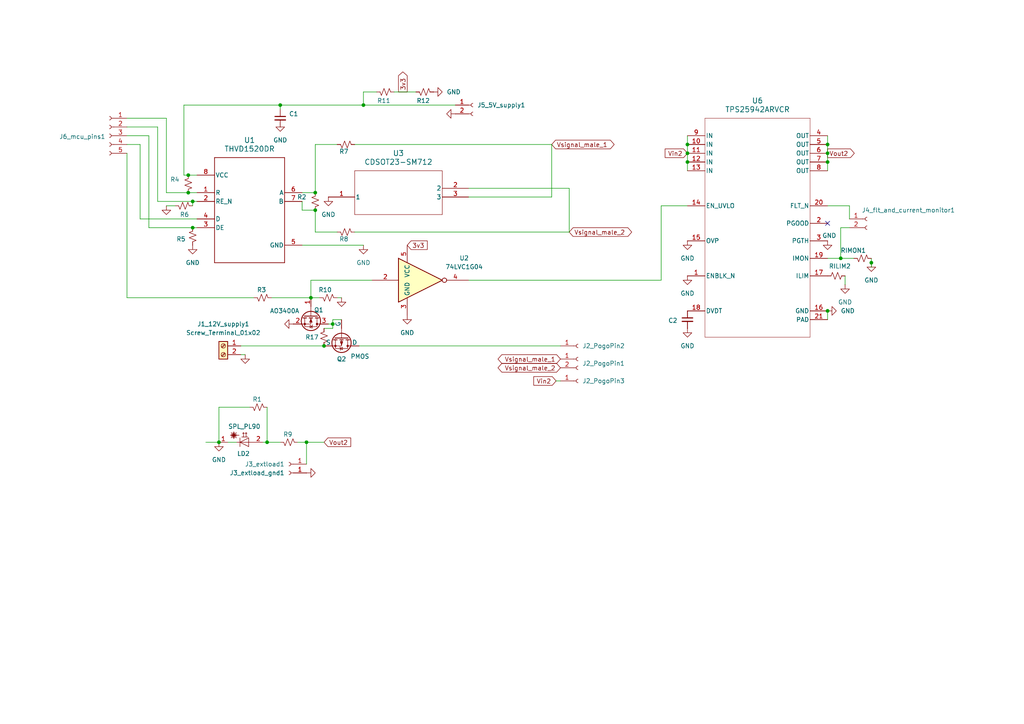
<source format=kicad_sch>
(kicad_sch
	(version 20250114)
	(generator "eeschema")
	(generator_version "9.0")
	(uuid "35dde3b2-6e2a-4a61-91cb-0a96d6e8977c")
	(paper "A4")
	(title_block
		(title "PDI")
		(date "2025-12-17")
		(company "Student Satellite Program")
		(comment 1 "Designed by Anushree Khisti")
	)
	(lib_symbols
		(symbol "2025-12-11_16-12-01:THVD1520DR"
			(pin_names
				(offset 0.254)
			)
			(exclude_from_sim no)
			(in_bom yes)
			(on_board yes)
			(property "Reference" "U"
				(at 0 2.54 0)
				(effects
					(font
						(size 1.524 1.524)
					)
				)
			)
			(property "Value" "THVD1520DR"
				(at 0 0 0)
				(effects
					(font
						(size 1.524 1.524)
					)
				)
			)
			(property "Footprint" "D0008A_N"
				(at 0 0 0)
				(effects
					(font
						(size 1.27 1.27)
						(italic yes)
					)
					(hide yes)
				)
			)
			(property "Datasheet" "https://www.ti.com/lit/gpn/thvd1520"
				(at 0 0 0)
				(effects
					(font
						(size 1.27 1.27)
						(italic yes)
					)
					(hide yes)
				)
			)
			(property "Description" ""
				(at 0 0 0)
				(effects
					(font
						(size 1.27 1.27)
					)
					(hide yes)
				)
			)
			(property "ki_locked" ""
				(at 0 0 0)
				(effects
					(font
						(size 1.27 1.27)
					)
				)
			)
			(property "ki_keywords" "THVD1520DR"
				(at 0 0 0)
				(effects
					(font
						(size 1.27 1.27)
					)
					(hide yes)
				)
			)
			(property "ki_fp_filters" "D0008A_N D0008A_M D0008A_L"
				(at 0 0 0)
				(effects
					(font
						(size 1.27 1.27)
					)
					(hide yes)
				)
			)
			(symbol "THVD1520DR_0_1"
				(polyline
					(pts
						(xy -10.16 15.24) (xy -10.16 -15.24)
					)
					(stroke
						(width 0.2032)
						(type default)
					)
					(fill
						(type none)
					)
				)
				(polyline
					(pts
						(xy -10.16 -15.24) (xy 10.16 -15.24)
					)
					(stroke
						(width 0.2032)
						(type default)
					)
					(fill
						(type none)
					)
				)
				(polyline
					(pts
						(xy 10.16 15.24) (xy -10.16 15.24)
					)
					(stroke
						(width 0.2032)
						(type default)
					)
					(fill
						(type none)
					)
				)
				(polyline
					(pts
						(xy 10.16 -15.24) (xy 10.16 15.24)
					)
					(stroke
						(width 0.2032)
						(type default)
					)
					(fill
						(type none)
					)
				)
				(pin unspecified line
					(at -15.24 10.16 0)
					(length 5.08)
					(name "VCC"
						(effects
							(font
								(size 1.27 1.27)
							)
						)
					)
					(number "8"
						(effects
							(font
								(size 1.27 1.27)
							)
						)
					)
				)
				(pin output line
					(at -15.24 5.08 0)
					(length 5.08)
					(name "R"
						(effects
							(font
								(size 1.27 1.27)
							)
						)
					)
					(number "1"
						(effects
							(font
								(size 1.27 1.27)
							)
						)
					)
				)
				(pin input line
					(at -15.24 2.54 0)
					(length 5.08)
					(name "RE_N"
						(effects
							(font
								(size 1.27 1.27)
							)
						)
					)
					(number "2"
						(effects
							(font
								(size 1.27 1.27)
							)
						)
					)
				)
				(pin input line
					(at -15.24 -2.54 0)
					(length 5.08)
					(name "D"
						(effects
							(font
								(size 1.27 1.27)
							)
						)
					)
					(number "4"
						(effects
							(font
								(size 1.27 1.27)
							)
						)
					)
				)
				(pin input line
					(at -15.24 -5.08 0)
					(length 5.08)
					(name "DE"
						(effects
							(font
								(size 1.27 1.27)
							)
						)
					)
					(number "3"
						(effects
							(font
								(size 1.27 1.27)
							)
						)
					)
				)
				(pin bidirectional line
					(at 15.24 5.08 180)
					(length 5.08)
					(name "A"
						(effects
							(font
								(size 1.27 1.27)
							)
						)
					)
					(number "6"
						(effects
							(font
								(size 1.27 1.27)
							)
						)
					)
				)
				(pin bidirectional line
					(at 15.24 2.54 180)
					(length 5.08)
					(name "B"
						(effects
							(font
								(size 1.27 1.27)
							)
						)
					)
					(number "7"
						(effects
							(font
								(size 1.27 1.27)
							)
						)
					)
				)
				(pin power_in line
					(at 15.24 -10.16 180)
					(length 5.08)
					(name "GND"
						(effects
							(font
								(size 1.27 1.27)
							)
						)
					)
					(number "5"
						(effects
							(font
								(size 1.27 1.27)
							)
						)
					)
				)
			)
			(embedded_fonts no)
		)
		(symbol "74xGxx:74LVC1G04"
			(exclude_from_sim no)
			(in_bom yes)
			(on_board yes)
			(property "Reference" "U"
				(at 0 7.62 0)
				(effects
					(font
						(size 1.27 1.27)
					)
				)
			)
			(property "Value" "74LVC1G04"
				(at 5.08 -7.62 0)
				(effects
					(font
						(size 1.27 1.27)
					)
				)
			)
			(property "Footprint" ""
				(at 0 0 0)
				(effects
					(font
						(size 1.27 1.27)
					)
					(hide yes)
				)
			)
			(property "Datasheet" "https://www.ti.com/lit/ds/symlink/sn74lvc1g04.pdf"
				(at 0 0 0)
				(effects
					(font
						(size 1.27 1.27)
					)
					(hide yes)
				)
			)
			(property "Description" "Single NOT Gate, Low-Voltage CMOS"
				(at 0 0 0)
				(effects
					(font
						(size 1.27 1.27)
					)
					(hide yes)
				)
			)
			(property "ki_keywords" "Single Gate NOT LVC CMOS"
				(at 0 0 0)
				(effects
					(font
						(size 1.27 1.27)
					)
					(hide yes)
				)
			)
			(property "ki_fp_filters" "SOT?23* Texas?R-PDSO-G5?DCK* Texas?R-PDSO-N5?DRL* Texas?X2SON*0.8x0.8mm*P0.48mm*"
				(at 0 0 0)
				(effects
					(font
						(size 1.27 1.27)
					)
					(hide yes)
				)
			)
			(symbol "74LVC1G04_0_1"
				(polyline
					(pts
						(xy -7.62 6.35) (xy -7.62 -6.35) (xy 5.08 0) (xy -7.62 6.35)
					)
					(stroke
						(width 0.254)
						(type default)
					)
					(fill
						(type background)
					)
				)
			)
			(symbol "74LVC1G04_1_1"
				(pin input line
					(at -15.24 0 0)
					(length 7.62)
					(name "~"
						(effects
							(font
								(size 1.27 1.27)
							)
						)
					)
					(number "2"
						(effects
							(font
								(size 1.27 1.27)
							)
						)
					)
				)
				(pin power_in line
					(at -5.08 10.16 270)
					(length 5.08)
					(name "VCC"
						(effects
							(font
								(size 1.27 1.27)
							)
						)
					)
					(number "5"
						(effects
							(font
								(size 1.27 1.27)
							)
						)
					)
				)
				(pin power_in line
					(at -5.08 -10.16 90)
					(length 5.08)
					(name "GND"
						(effects
							(font
								(size 1.27 1.27)
							)
						)
					)
					(number "3"
						(effects
							(font
								(size 1.27 1.27)
							)
						)
					)
				)
				(pin output inverted
					(at 12.7 0 180)
					(length 7.62)
					(name "~"
						(effects
							(font
								(size 1.27 1.27)
							)
						)
					)
					(number "4"
						(effects
							(font
								(size 1.27 1.27)
							)
						)
					)
				)
			)
			(embedded_fonts no)
		)
		(symbol "CDSOT23:CDSOT23-SM712"
			(pin_names
				(offset 0.254)
			)
			(exclude_from_sim no)
			(in_bom yes)
			(on_board yes)
			(property "Reference" "U"
				(at 20.32 10.16 0)
				(effects
					(font
						(size 1.524 1.524)
					)
				)
			)
			(property "Value" "CDSOT23-SM712"
				(at 20.32 7.62 0)
				(effects
					(font
						(size 1.524 1.524)
					)
				)
			)
			(property "Footprint" "SOT_SM712"
				(at 0 0 0)
				(effects
					(font
						(size 1.27 1.27)
						(italic yes)
					)
					(hide yes)
				)
			)
			(property "Datasheet" "CDSOT23-SM712"
				(at 0 0 0)
				(effects
					(font
						(size 1.27 1.27)
						(italic yes)
					)
					(hide yes)
				)
			)
			(property "Description" ""
				(at 0 0 0)
				(effects
					(font
						(size 1.27 1.27)
					)
					(hide yes)
				)
			)
			(property "ki_locked" ""
				(at 0 0 0)
				(effects
					(font
						(size 1.27 1.27)
					)
				)
			)
			(property "ki_keywords" "CDSOT23-SM712"
				(at 0 0 0)
				(effects
					(font
						(size 1.27 1.27)
					)
					(hide yes)
				)
			)
			(property "ki_fp_filters" "SOT_SM712 SOT_SM712-M SOT_SM712-L"
				(at 0 0 0)
				(effects
					(font
						(size 1.27 1.27)
					)
					(hide yes)
				)
			)
			(symbol "CDSOT23-SM712_0_1"
				(polyline
					(pts
						(xy 7.62 5.08) (xy 7.62 -7.62)
					)
					(stroke
						(width 0.127)
						(type default)
					)
					(fill
						(type none)
					)
				)
				(polyline
					(pts
						(xy 7.62 -7.62) (xy 33.02 -7.62)
					)
					(stroke
						(width 0.127)
						(type default)
					)
					(fill
						(type none)
					)
				)
				(polyline
					(pts
						(xy 33.02 5.08) (xy 7.62 5.08)
					)
					(stroke
						(width 0.127)
						(type default)
					)
					(fill
						(type none)
					)
				)
				(polyline
					(pts
						(xy 33.02 -7.62) (xy 33.02 5.08)
					)
					(stroke
						(width 0.127)
						(type default)
					)
					(fill
						(type none)
					)
				)
				(pin unspecified line
					(at 0 0 0)
					(length 7.62)
					(name "1"
						(effects
							(font
								(size 1.27 1.27)
							)
						)
					)
					(number "1"
						(effects
							(font
								(size 1.27 1.27)
							)
						)
					)
				)
				(pin unspecified line
					(at 40.64 0 180)
					(length 7.62)
					(name "3"
						(effects
							(font
								(size 1.27 1.27)
							)
						)
					)
					(number "3"
						(effects
							(font
								(size 1.27 1.27)
							)
						)
					)
				)
				(pin unspecified line
					(at 40.64 -2.54 180)
					(length 7.62)
					(name "2"
						(effects
							(font
								(size 1.27 1.27)
							)
						)
					)
					(number "2"
						(effects
							(font
								(size 1.27 1.27)
							)
						)
					)
				)
			)
			(embedded_fonts no)
		)
		(symbol "Connector:Conn_01x01_Socket"
			(pin_names
				(offset 1.016)
				(hide yes)
			)
			(exclude_from_sim no)
			(in_bom yes)
			(on_board yes)
			(property "Reference" "J"
				(at 0 2.54 0)
				(effects
					(font
						(size 1.27 1.27)
					)
				)
			)
			(property "Value" "Conn_01x01_Socket"
				(at 0 -2.54 0)
				(effects
					(font
						(size 1.27 1.27)
					)
				)
			)
			(property "Footprint" ""
				(at 0 0 0)
				(effects
					(font
						(size 1.27 1.27)
					)
					(hide yes)
				)
			)
			(property "Datasheet" "~"
				(at 0 0 0)
				(effects
					(font
						(size 1.27 1.27)
					)
					(hide yes)
				)
			)
			(property "Description" "Generic connector, single row, 01x01, script generated"
				(at 0 0 0)
				(effects
					(font
						(size 1.27 1.27)
					)
					(hide yes)
				)
			)
			(property "ki_locked" ""
				(at 0 0 0)
				(effects
					(font
						(size 1.27 1.27)
					)
				)
			)
			(property "ki_keywords" "connector"
				(at 0 0 0)
				(effects
					(font
						(size 1.27 1.27)
					)
					(hide yes)
				)
			)
			(property "ki_fp_filters" "Connector*:*_1x??_*"
				(at 0 0 0)
				(effects
					(font
						(size 1.27 1.27)
					)
					(hide yes)
				)
			)
			(symbol "Conn_01x01_Socket_1_1"
				(polyline
					(pts
						(xy -1.27 0) (xy -0.508 0)
					)
					(stroke
						(width 0.1524)
						(type default)
					)
					(fill
						(type none)
					)
				)
				(arc
					(start 0 -0.508)
					(mid -0.5058 0)
					(end 0 0.508)
					(stroke
						(width 0.1524)
						(type default)
					)
					(fill
						(type none)
					)
				)
				(pin passive line
					(at -5.08 0 0)
					(length 3.81)
					(name "Pin_1"
						(effects
							(font
								(size 1.27 1.27)
							)
						)
					)
					(number "1"
						(effects
							(font
								(size 1.27 1.27)
							)
						)
					)
				)
			)
			(embedded_fonts no)
		)
		(symbol "Connector:Conn_01x02_Socket"
			(pin_names
				(offset 1.016)
				(hide yes)
			)
			(exclude_from_sim no)
			(in_bom yes)
			(on_board yes)
			(property "Reference" "J"
				(at 0 2.54 0)
				(effects
					(font
						(size 1.27 1.27)
					)
				)
			)
			(property "Value" "Conn_01x02_Socket"
				(at 0 -5.08 0)
				(effects
					(font
						(size 1.27 1.27)
					)
				)
			)
			(property "Footprint" ""
				(at 0 0 0)
				(effects
					(font
						(size 1.27 1.27)
					)
					(hide yes)
				)
			)
			(property "Datasheet" "~"
				(at 0 0 0)
				(effects
					(font
						(size 1.27 1.27)
					)
					(hide yes)
				)
			)
			(property "Description" "Generic connector, single row, 01x02, script generated"
				(at 0 0 0)
				(effects
					(font
						(size 1.27 1.27)
					)
					(hide yes)
				)
			)
			(property "ki_locked" ""
				(at 0 0 0)
				(effects
					(font
						(size 1.27 1.27)
					)
				)
			)
			(property "ki_keywords" "connector"
				(at 0 0 0)
				(effects
					(font
						(size 1.27 1.27)
					)
					(hide yes)
				)
			)
			(property "ki_fp_filters" "Connector*:*_1x??_*"
				(at 0 0 0)
				(effects
					(font
						(size 1.27 1.27)
					)
					(hide yes)
				)
			)
			(symbol "Conn_01x02_Socket_1_1"
				(polyline
					(pts
						(xy -1.27 0) (xy -0.508 0)
					)
					(stroke
						(width 0.1524)
						(type default)
					)
					(fill
						(type none)
					)
				)
				(polyline
					(pts
						(xy -1.27 -2.54) (xy -0.508 -2.54)
					)
					(stroke
						(width 0.1524)
						(type default)
					)
					(fill
						(type none)
					)
				)
				(arc
					(start 0 -0.508)
					(mid -0.5058 0)
					(end 0 0.508)
					(stroke
						(width 0.1524)
						(type default)
					)
					(fill
						(type none)
					)
				)
				(arc
					(start 0 -3.048)
					(mid -0.5058 -2.54)
					(end 0 -2.032)
					(stroke
						(width 0.1524)
						(type default)
					)
					(fill
						(type none)
					)
				)
				(pin passive line
					(at -5.08 0 0)
					(length 3.81)
					(name "Pin_1"
						(effects
							(font
								(size 1.27 1.27)
							)
						)
					)
					(number "1"
						(effects
							(font
								(size 1.27 1.27)
							)
						)
					)
				)
				(pin passive line
					(at -5.08 -2.54 0)
					(length 3.81)
					(name "Pin_2"
						(effects
							(font
								(size 1.27 1.27)
							)
						)
					)
					(number "2"
						(effects
							(font
								(size 1.27 1.27)
							)
						)
					)
				)
			)
			(embedded_fonts no)
		)
		(symbol "Connector:Conn_01x05_Socket"
			(pin_names
				(offset 1.016)
				(hide yes)
			)
			(exclude_from_sim no)
			(in_bom yes)
			(on_board yes)
			(property "Reference" "J"
				(at 0 7.62 0)
				(effects
					(font
						(size 1.27 1.27)
					)
				)
			)
			(property "Value" "Conn_01x05_Socket"
				(at 0 -7.62 0)
				(effects
					(font
						(size 1.27 1.27)
					)
				)
			)
			(property "Footprint" ""
				(at 0 0 0)
				(effects
					(font
						(size 1.27 1.27)
					)
					(hide yes)
				)
			)
			(property "Datasheet" "~"
				(at 0 0 0)
				(effects
					(font
						(size 1.27 1.27)
					)
					(hide yes)
				)
			)
			(property "Description" "Generic connector, single row, 01x05, script generated"
				(at 0 0 0)
				(effects
					(font
						(size 1.27 1.27)
					)
					(hide yes)
				)
			)
			(property "ki_locked" ""
				(at 0 0 0)
				(effects
					(font
						(size 1.27 1.27)
					)
				)
			)
			(property "ki_keywords" "connector"
				(at 0 0 0)
				(effects
					(font
						(size 1.27 1.27)
					)
					(hide yes)
				)
			)
			(property "ki_fp_filters" "Connector*:*_1x??_*"
				(at 0 0 0)
				(effects
					(font
						(size 1.27 1.27)
					)
					(hide yes)
				)
			)
			(symbol "Conn_01x05_Socket_1_1"
				(polyline
					(pts
						(xy -1.27 5.08) (xy -0.508 5.08)
					)
					(stroke
						(width 0.1524)
						(type default)
					)
					(fill
						(type none)
					)
				)
				(polyline
					(pts
						(xy -1.27 2.54) (xy -0.508 2.54)
					)
					(stroke
						(width 0.1524)
						(type default)
					)
					(fill
						(type none)
					)
				)
				(polyline
					(pts
						(xy -1.27 0) (xy -0.508 0)
					)
					(stroke
						(width 0.1524)
						(type default)
					)
					(fill
						(type none)
					)
				)
				(polyline
					(pts
						(xy -1.27 -2.54) (xy -0.508 -2.54)
					)
					(stroke
						(width 0.1524)
						(type default)
					)
					(fill
						(type none)
					)
				)
				(polyline
					(pts
						(xy -1.27 -5.08) (xy -0.508 -5.08)
					)
					(stroke
						(width 0.1524)
						(type default)
					)
					(fill
						(type none)
					)
				)
				(arc
					(start 0 4.572)
					(mid -0.5058 5.08)
					(end 0 5.588)
					(stroke
						(width 0.1524)
						(type default)
					)
					(fill
						(type none)
					)
				)
				(arc
					(start 0 2.032)
					(mid -0.5058 2.54)
					(end 0 3.048)
					(stroke
						(width 0.1524)
						(type default)
					)
					(fill
						(type none)
					)
				)
				(arc
					(start 0 -0.508)
					(mid -0.5058 0)
					(end 0 0.508)
					(stroke
						(width 0.1524)
						(type default)
					)
					(fill
						(type none)
					)
				)
				(arc
					(start 0 -3.048)
					(mid -0.5058 -2.54)
					(end 0 -2.032)
					(stroke
						(width 0.1524)
						(type default)
					)
					(fill
						(type none)
					)
				)
				(arc
					(start 0 -5.588)
					(mid -0.5058 -5.08)
					(end 0 -4.572)
					(stroke
						(width 0.1524)
						(type default)
					)
					(fill
						(type none)
					)
				)
				(pin passive line
					(at -5.08 5.08 0)
					(length 3.81)
					(name "Pin_1"
						(effects
							(font
								(size 1.27 1.27)
							)
						)
					)
					(number "1"
						(effects
							(font
								(size 1.27 1.27)
							)
						)
					)
				)
				(pin passive line
					(at -5.08 2.54 0)
					(length 3.81)
					(name "Pin_2"
						(effects
							(font
								(size 1.27 1.27)
							)
						)
					)
					(number "2"
						(effects
							(font
								(size 1.27 1.27)
							)
						)
					)
				)
				(pin passive line
					(at -5.08 0 0)
					(length 3.81)
					(name "Pin_3"
						(effects
							(font
								(size 1.27 1.27)
							)
						)
					)
					(number "3"
						(effects
							(font
								(size 1.27 1.27)
							)
						)
					)
				)
				(pin passive line
					(at -5.08 -2.54 0)
					(length 3.81)
					(name "Pin_4"
						(effects
							(font
								(size 1.27 1.27)
							)
						)
					)
					(number "4"
						(effects
							(font
								(size 1.27 1.27)
							)
						)
					)
				)
				(pin passive line
					(at -5.08 -5.08 0)
					(length 3.81)
					(name "Pin_5"
						(effects
							(font
								(size 1.27 1.27)
							)
						)
					)
					(number "5"
						(effects
							(font
								(size 1.27 1.27)
							)
						)
					)
				)
			)
			(embedded_fonts no)
		)
		(symbol "Connector:Screw_Terminal_01x02"
			(pin_names
				(offset 1.016)
				(hide yes)
			)
			(exclude_from_sim no)
			(in_bom yes)
			(on_board yes)
			(property "Reference" "J"
				(at 0 2.54 0)
				(effects
					(font
						(size 1.27 1.27)
					)
				)
			)
			(property "Value" "Screw_Terminal_01x02"
				(at 0 -5.08 0)
				(effects
					(font
						(size 1.27 1.27)
					)
				)
			)
			(property "Footprint" ""
				(at 0 0 0)
				(effects
					(font
						(size 1.27 1.27)
					)
					(hide yes)
				)
			)
			(property "Datasheet" "~"
				(at 0 0 0)
				(effects
					(font
						(size 1.27 1.27)
					)
					(hide yes)
				)
			)
			(property "Description" "Generic screw terminal, single row, 01x02, script generated (kicad-library-utils/schlib/autogen/connector/)"
				(at 0 0 0)
				(effects
					(font
						(size 1.27 1.27)
					)
					(hide yes)
				)
			)
			(property "ki_keywords" "screw terminal"
				(at 0 0 0)
				(effects
					(font
						(size 1.27 1.27)
					)
					(hide yes)
				)
			)
			(property "ki_fp_filters" "TerminalBlock*:*"
				(at 0 0 0)
				(effects
					(font
						(size 1.27 1.27)
					)
					(hide yes)
				)
			)
			(symbol "Screw_Terminal_01x02_1_1"
				(rectangle
					(start -1.27 1.27)
					(end 1.27 -3.81)
					(stroke
						(width 0.254)
						(type default)
					)
					(fill
						(type background)
					)
				)
				(polyline
					(pts
						(xy -0.5334 0.3302) (xy 0.3302 -0.508)
					)
					(stroke
						(width 0.1524)
						(type default)
					)
					(fill
						(type none)
					)
				)
				(polyline
					(pts
						(xy -0.5334 -2.2098) (xy 0.3302 -3.048)
					)
					(stroke
						(width 0.1524)
						(type default)
					)
					(fill
						(type none)
					)
				)
				(polyline
					(pts
						(xy -0.3556 0.508) (xy 0.508 -0.3302)
					)
					(stroke
						(width 0.1524)
						(type default)
					)
					(fill
						(type none)
					)
				)
				(polyline
					(pts
						(xy -0.3556 -2.032) (xy 0.508 -2.8702)
					)
					(stroke
						(width 0.1524)
						(type default)
					)
					(fill
						(type none)
					)
				)
				(circle
					(center 0 0)
					(radius 0.635)
					(stroke
						(width 0.1524)
						(type default)
					)
					(fill
						(type none)
					)
				)
				(circle
					(center 0 -2.54)
					(radius 0.635)
					(stroke
						(width 0.1524)
						(type default)
					)
					(fill
						(type none)
					)
				)
				(pin passive line
					(at -5.08 0 0)
					(length 3.81)
					(name "Pin_1"
						(effects
							(font
								(size 1.27 1.27)
							)
						)
					)
					(number "1"
						(effects
							(font
								(size 1.27 1.27)
							)
						)
					)
				)
				(pin passive line
					(at -5.08 -2.54 0)
					(length 3.81)
					(name "Pin_2"
						(effects
							(font
								(size 1.27 1.27)
							)
						)
					)
					(number "2"
						(effects
							(font
								(size 1.27 1.27)
							)
						)
					)
				)
			)
			(embedded_fonts no)
		)
		(symbol "Device:C_Small"
			(pin_numbers
				(hide yes)
			)
			(pin_names
				(offset 0.254)
				(hide yes)
			)
			(exclude_from_sim no)
			(in_bom yes)
			(on_board yes)
			(property "Reference" "C"
				(at 0.254 1.778 0)
				(effects
					(font
						(size 1.27 1.27)
					)
					(justify left)
				)
			)
			(property "Value" "C_Small"
				(at 0.254 -2.032 0)
				(effects
					(font
						(size 1.27 1.27)
					)
					(justify left)
				)
			)
			(property "Footprint" ""
				(at 0 0 0)
				(effects
					(font
						(size 1.27 1.27)
					)
					(hide yes)
				)
			)
			(property "Datasheet" "~"
				(at 0 0 0)
				(effects
					(font
						(size 1.27 1.27)
					)
					(hide yes)
				)
			)
			(property "Description" "Unpolarized capacitor, small symbol"
				(at 0 0 0)
				(effects
					(font
						(size 1.27 1.27)
					)
					(hide yes)
				)
			)
			(property "ki_keywords" "capacitor cap"
				(at 0 0 0)
				(effects
					(font
						(size 1.27 1.27)
					)
					(hide yes)
				)
			)
			(property "ki_fp_filters" "C_*"
				(at 0 0 0)
				(effects
					(font
						(size 1.27 1.27)
					)
					(hide yes)
				)
			)
			(symbol "C_Small_0_1"
				(polyline
					(pts
						(xy -1.524 0.508) (xy 1.524 0.508)
					)
					(stroke
						(width 0.3048)
						(type default)
					)
					(fill
						(type none)
					)
				)
				(polyline
					(pts
						(xy -1.524 -0.508) (xy 1.524 -0.508)
					)
					(stroke
						(width 0.3302)
						(type default)
					)
					(fill
						(type none)
					)
				)
			)
			(symbol "C_Small_1_1"
				(pin passive line
					(at 0 2.54 270)
					(length 2.032)
					(name "~"
						(effects
							(font
								(size 1.27 1.27)
							)
						)
					)
					(number "1"
						(effects
							(font
								(size 1.27 1.27)
							)
						)
					)
				)
				(pin passive line
					(at 0 -2.54 90)
					(length 2.032)
					(name "~"
						(effects
							(font
								(size 1.27 1.27)
							)
						)
					)
					(number "2"
						(effects
							(font
								(size 1.27 1.27)
							)
						)
					)
				)
			)
			(embedded_fonts no)
		)
		(symbol "Device:R_Small_US"
			(pin_numbers
				(hide yes)
			)
			(pin_names
				(offset 0.254)
				(hide yes)
			)
			(exclude_from_sim no)
			(in_bom yes)
			(on_board yes)
			(property "Reference" "R"
				(at 0.762 0.508 0)
				(effects
					(font
						(size 1.27 1.27)
					)
					(justify left)
				)
			)
			(property "Value" "R_Small_US"
				(at 0.762 -1.016 0)
				(effects
					(font
						(size 1.27 1.27)
					)
					(justify left)
				)
			)
			(property "Footprint" ""
				(at 0 0 0)
				(effects
					(font
						(size 1.27 1.27)
					)
					(hide yes)
				)
			)
			(property "Datasheet" "~"
				(at 0 0 0)
				(effects
					(font
						(size 1.27 1.27)
					)
					(hide yes)
				)
			)
			(property "Description" "Resistor, small US symbol"
				(at 0 0 0)
				(effects
					(font
						(size 1.27 1.27)
					)
					(hide yes)
				)
			)
			(property "ki_keywords" "r resistor"
				(at 0 0 0)
				(effects
					(font
						(size 1.27 1.27)
					)
					(hide yes)
				)
			)
			(property "ki_fp_filters" "R_*"
				(at 0 0 0)
				(effects
					(font
						(size 1.27 1.27)
					)
					(hide yes)
				)
			)
			(symbol "R_Small_US_1_1"
				(polyline
					(pts
						(xy 0 1.524) (xy 1.016 1.143) (xy 0 0.762) (xy -1.016 0.381) (xy 0 0)
					)
					(stroke
						(width 0)
						(type default)
					)
					(fill
						(type none)
					)
				)
				(polyline
					(pts
						(xy 0 0) (xy 1.016 -0.381) (xy 0 -0.762) (xy -1.016 -1.143) (xy 0 -1.524)
					)
					(stroke
						(width 0)
						(type default)
					)
					(fill
						(type none)
					)
				)
				(pin passive line
					(at 0 2.54 270)
					(length 1.016)
					(name "~"
						(effects
							(font
								(size 1.27 1.27)
							)
						)
					)
					(number "1"
						(effects
							(font
								(size 1.27 1.27)
							)
						)
					)
				)
				(pin passive line
					(at 0 -2.54 90)
					(length 1.016)
					(name "~"
						(effects
							(font
								(size 1.27 1.27)
							)
						)
					)
					(number "2"
						(effects
							(font
								(size 1.27 1.27)
							)
						)
					)
				)
			)
			(embedded_fonts no)
		)
		(symbol "Diode_Laser:SPL_PL90"
			(pin_names
				(offset 1.016)
				(hide yes)
			)
			(exclude_from_sim no)
			(in_bom yes)
			(on_board yes)
			(property "Reference" "LD"
				(at -1.27 4.445 0)
				(effects
					(font
						(size 1.27 1.27)
					)
				)
			)
			(property "Value" "SPL_PL90"
				(at -1.27 -2.54 0)
				(effects
					(font
						(size 1.27 1.27)
					)
				)
			)
			(property "Footprint" "LED_THT:LED_D5.0mm"
				(at -1.524 -4.572 0)
				(effects
					(font
						(size 1.27 1.27)
					)
					(hide yes)
				)
			)
			(property "Datasheet" "https://look.ams-osram.com/m/2e6f6e5edf55ddfe/original/SPL-PL90.pdf"
				(at 0.762 -5.08 0)
				(effects
					(font
						(size 1.27 1.27)
					)
					(hide yes)
				)
			)
			(property "Description" "Pulsed Laser Diode in Plastic Package 25W Peak Power"
				(at 0 0 0)
				(effects
					(font
						(size 1.27 1.27)
					)
					(hide yes)
				)
			)
			(property "ki_keywords" "opto laserdiode"
				(at 0 0 0)
				(effects
					(font
						(size 1.27 1.27)
					)
					(hide yes)
				)
			)
			(property "ki_fp_filters" "LED*5.0mm*"
				(at 0 0 0)
				(effects
					(font
						(size 1.27 1.27)
					)
					(hide yes)
				)
			)
			(symbol "SPL_PL90_0_1"
				(polyline
					(pts
						(xy -4.064 2.794) (xy -2.54 1.27)
					)
					(stroke
						(width 0)
						(type default)
					)
					(fill
						(type none)
					)
				)
				(polyline
					(pts
						(xy -4.064 2.286) (xy -2.54 1.778)
					)
					(stroke
						(width 0)
						(type default)
					)
					(fill
						(type none)
					)
				)
				(polyline
					(pts
						(xy -4.064 1.778) (xy -2.54 2.286)
					)
					(stroke
						(width 0)
						(type default)
					)
					(fill
						(type none)
					)
				)
				(polyline
					(pts
						(xy -4.064 1.27) (xy -2.54 2.794)
					)
					(stroke
						(width 0)
						(type default)
					)
					(fill
						(type none)
					)
				)
				(polyline
					(pts
						(xy -3.556 2.794) (xy -3.048 1.27)
					)
					(stroke
						(width 0)
						(type default)
					)
					(fill
						(type none)
					)
				)
				(polyline
					(pts
						(xy -3.302 2.032) (xy -3.302 3.048)
					)
					(stroke
						(width 0)
						(type default)
					)
					(fill
						(type none)
					)
				)
				(polyline
					(pts
						(xy -3.302 2.032) (xy -3.302 1.016)
					)
					(stroke
						(width 0)
						(type default)
					)
					(fill
						(type none)
					)
				)
				(polyline
					(pts
						(xy -3.048 2.794) (xy -3.556 1.27)
					)
					(stroke
						(width 0)
						(type default)
					)
					(fill
						(type none)
					)
				)
				(polyline
					(pts
						(xy -1.778 2.032) (xy -4.318 2.032)
					)
					(stroke
						(width 0)
						(type default)
					)
					(fill
						(type none)
					)
				)
				(polyline
					(pts
						(xy -1.524 1.27) (xy -1.524 -1.27)
					)
					(stroke
						(width 0.1524)
						(type default)
					)
					(fill
						(type none)
					)
				)
				(polyline
					(pts
						(xy -1.016 1.524) (xy 0.762 1.524)
					)
					(stroke
						(width 0)
						(type default)
					)
					(fill
						(type none)
					)
				)
				(polyline
					(pts
						(xy -0.508 1.524) (xy -0.508 2.794) (xy -0.254 2.54) (xy -0.508 2.794) (xy -0.762 2.54)
					)
					(stroke
						(width 0)
						(type default)
					)
					(fill
						(type none)
					)
				)
				(polyline
					(pts
						(xy 0.254 1.524) (xy 0.254 2.794) (xy 0.508 2.54) (xy 0.254 2.794) (xy 0 2.54)
					)
					(stroke
						(width 0)
						(type default)
					)
					(fill
						(type none)
					)
				)
				(polyline
					(pts
						(xy 2.54 0) (xy -5.08 0)
					)
					(stroke
						(width 0)
						(type default)
					)
					(fill
						(type none)
					)
				)
			)
			(symbol "SPL_PL90_1_1"
				(polyline
					(pts
						(xy 1.016 -1.27) (xy 1.016 1.27) (xy -1.524 0) (xy 1.016 -1.27)
					)
					(stroke
						(width 0)
						(type default)
					)
					(fill
						(type none)
					)
				)
				(pin passive line
					(at -7.62 0 0)
					(length 2.54)
					(name "C"
						(effects
							(font
								(size 1.27 1.27)
							)
						)
					)
					(number "1"
						(effects
							(font
								(size 1.27 1.27)
							)
						)
					)
				)
				(pin passive line
					(at 5.08 0 180)
					(length 2.54)
					(name "A"
						(effects
							(font
								(size 1.27 1.27)
							)
						)
					)
					(number "2"
						(effects
							(font
								(size 1.27 1.27)
							)
						)
					)
				)
			)
			(embedded_fonts no)
		)
		(symbol "Simulation_SPICE:PMOS"
			(pin_numbers
				(hide yes)
			)
			(pin_names
				(offset 0)
			)
			(exclude_from_sim no)
			(in_bom yes)
			(on_board yes)
			(property "Reference" "Q"
				(at 5.08 1.27 0)
				(effects
					(font
						(size 1.27 1.27)
					)
					(justify left)
				)
			)
			(property "Value" "PMOS"
				(at 5.08 -1.27 0)
				(effects
					(font
						(size 1.27 1.27)
					)
					(justify left)
				)
			)
			(property "Footprint" ""
				(at 5.08 2.54 0)
				(effects
					(font
						(size 1.27 1.27)
					)
					(hide yes)
				)
			)
			(property "Datasheet" "https://ngspice.sourceforge.io/docs/ngspice-html-manual/manual.xhtml#cha_MOSFETs"
				(at 0 -12.7 0)
				(effects
					(font
						(size 1.27 1.27)
					)
					(hide yes)
				)
			)
			(property "Description" "P-MOSFET transistor, drain/source/gate"
				(at 0 0 0)
				(effects
					(font
						(size 1.27 1.27)
					)
					(hide yes)
				)
			)
			(property "Sim.Device" "PMOS"
				(at 0 -17.145 0)
				(effects
					(font
						(size 1.27 1.27)
					)
					(hide yes)
				)
			)
			(property "Sim.Type" "VDMOS"
				(at 0 -19.05 0)
				(effects
					(font
						(size 1.27 1.27)
					)
					(hide yes)
				)
			)
			(property "Sim.Pins" "1=D 2=G 3=S"
				(at 0 -15.24 0)
				(effects
					(font
						(size 1.27 1.27)
					)
					(hide yes)
				)
			)
			(property "ki_keywords" "transistor PMOS P-MOS P-MOSFET simulation"
				(at 0 0 0)
				(effects
					(font
						(size 1.27 1.27)
					)
					(hide yes)
				)
			)
			(symbol "PMOS_0_1"
				(polyline
					(pts
						(xy 0.254 1.905) (xy 0.254 -1.905)
					)
					(stroke
						(width 0.254)
						(type default)
					)
					(fill
						(type none)
					)
				)
				(polyline
					(pts
						(xy 0.254 0) (xy -2.54 0)
					)
					(stroke
						(width 0)
						(type default)
					)
					(fill
						(type none)
					)
				)
				(polyline
					(pts
						(xy 0.762 2.286) (xy 0.762 1.27)
					)
					(stroke
						(width 0.254)
						(type default)
					)
					(fill
						(type none)
					)
				)
				(polyline
					(pts
						(xy 0.762 1.778) (xy 3.302 1.778) (xy 3.302 -1.778) (xy 0.762 -1.778)
					)
					(stroke
						(width 0)
						(type default)
					)
					(fill
						(type none)
					)
				)
				(polyline
					(pts
						(xy 0.762 0.508) (xy 0.762 -0.508)
					)
					(stroke
						(width 0.254)
						(type default)
					)
					(fill
						(type none)
					)
				)
				(polyline
					(pts
						(xy 0.762 -1.27) (xy 0.762 -2.286)
					)
					(stroke
						(width 0.254)
						(type default)
					)
					(fill
						(type none)
					)
				)
				(circle
					(center 1.651 0)
					(radius 2.794)
					(stroke
						(width 0.254)
						(type default)
					)
					(fill
						(type none)
					)
				)
				(polyline
					(pts
						(xy 2.286 0) (xy 1.27 0.381) (xy 1.27 -0.381) (xy 2.286 0)
					)
					(stroke
						(width 0)
						(type default)
					)
					(fill
						(type outline)
					)
				)
				(polyline
					(pts
						(xy 2.54 2.54) (xy 2.54 1.778)
					)
					(stroke
						(width 0)
						(type default)
					)
					(fill
						(type none)
					)
				)
				(circle
					(center 2.54 1.778)
					(radius 0.254)
					(stroke
						(width 0)
						(type default)
					)
					(fill
						(type outline)
					)
				)
				(circle
					(center 2.54 -1.778)
					(radius 0.254)
					(stroke
						(width 0)
						(type default)
					)
					(fill
						(type outline)
					)
				)
				(polyline
					(pts
						(xy 2.54 -2.54) (xy 2.54 0) (xy 0.762 0)
					)
					(stroke
						(width 0)
						(type default)
					)
					(fill
						(type none)
					)
				)
				(polyline
					(pts
						(xy 2.794 -0.508) (xy 2.921 -0.381) (xy 3.683 -0.381) (xy 3.81 -0.254)
					)
					(stroke
						(width 0)
						(type default)
					)
					(fill
						(type none)
					)
				)
				(polyline
					(pts
						(xy 3.302 -0.381) (xy 2.921 0.254) (xy 3.683 0.254) (xy 3.302 -0.381)
					)
					(stroke
						(width 0)
						(type default)
					)
					(fill
						(type none)
					)
				)
			)
			(symbol "PMOS_1_1"
				(pin input line
					(at -5.08 0 0)
					(length 2.54)
					(name "G"
						(effects
							(font
								(size 1.27 1.27)
							)
						)
					)
					(number "2"
						(effects
							(font
								(size 1.27 1.27)
							)
						)
					)
				)
				(pin passive line
					(at 2.54 5.08 270)
					(length 2.54)
					(name "D"
						(effects
							(font
								(size 1.27 1.27)
							)
						)
					)
					(number "1"
						(effects
							(font
								(size 1.27 1.27)
							)
						)
					)
				)
				(pin passive line
					(at 2.54 -5.08 90)
					(length 2.54)
					(name "S"
						(effects
							(font
								(size 1.27 1.27)
							)
						)
					)
					(number "3"
						(effects
							(font
								(size 1.27 1.27)
							)
						)
					)
				)
			)
			(embedded_fonts no)
		)
		(symbol "TPS:TPS25942ARVCR"
			(pin_names
				(offset 0.254)
			)
			(exclude_from_sim no)
			(in_bom yes)
			(on_board yes)
			(property "Reference" "U"
				(at 0 2.54 0)
				(effects
					(font
						(size 1.524 1.524)
					)
				)
			)
			(property "Value" "TPS25942ARVCR"
				(at 0 0 0)
				(effects
					(font
						(size 1.524 1.524)
					)
				)
			)
			(property "Footprint" "RVC0020A"
				(at 0 0 0)
				(effects
					(font
						(size 1.27 1.27)
						(italic yes)
					)
					(hide yes)
				)
			)
			(property "Datasheet" "https://www.ti.com/lit/gpn/tps25942a"
				(at 0 0 0)
				(effects
					(font
						(size 1.27 1.27)
						(italic yes)
					)
					(hide yes)
				)
			)
			(property "Description" ""
				(at 0 0 0)
				(effects
					(font
						(size 1.27 1.27)
					)
					(hide yes)
				)
			)
			(property "ki_locked" ""
				(at 0 0 0)
				(effects
					(font
						(size 1.27 1.27)
					)
				)
			)
			(property "ki_keywords" "TPS25942ARVCR"
				(at 0 0 0)
				(effects
					(font
						(size 1.27 1.27)
					)
					(hide yes)
				)
			)
			(property "ki_fp_filters" "RVC0020A"
				(at 0 0 0)
				(effects
					(font
						(size 1.27 1.27)
					)
					(hide yes)
				)
			)
			(symbol "TPS25942ARVCR_0_1"
				(polyline
					(pts
						(xy -15.24 30.48) (xy -15.24 -33.02)
					)
					(stroke
						(width 0.1016)
						(type default)
					)
					(fill
						(type none)
					)
				)
				(polyline
					(pts
						(xy -15.24 -33.02) (xy 15.24 -33.02)
					)
					(stroke
						(width 0.1016)
						(type default)
					)
					(fill
						(type none)
					)
				)
				(polyline
					(pts
						(xy 15.24 30.48) (xy -15.24 30.48)
					)
					(stroke
						(width 0.1016)
						(type default)
					)
					(fill
						(type none)
					)
				)
				(polyline
					(pts
						(xy 15.24 -33.02) (xy 15.24 30.48)
					)
					(stroke
						(width 0.1016)
						(type default)
					)
					(fill
						(type none)
					)
				)
				(pin power_in line
					(at -20.32 25.4 0)
					(length 5.08)
					(name "IN"
						(effects
							(font
								(size 1.27 1.27)
							)
						)
					)
					(number "9"
						(effects
							(font
								(size 1.27 1.27)
							)
						)
					)
				)
				(pin power_in line
					(at -20.32 22.86 0)
					(length 5.08)
					(name "IN"
						(effects
							(font
								(size 1.27 1.27)
							)
						)
					)
					(number "10"
						(effects
							(font
								(size 1.27 1.27)
							)
						)
					)
				)
				(pin power_in line
					(at -20.32 20.32 0)
					(length 5.08)
					(name "IN"
						(effects
							(font
								(size 1.27 1.27)
							)
						)
					)
					(number "11"
						(effects
							(font
								(size 1.27 1.27)
							)
						)
					)
				)
				(pin power_in line
					(at -20.32 17.78 0)
					(length 5.08)
					(name "IN"
						(effects
							(font
								(size 1.27 1.27)
							)
						)
					)
					(number "12"
						(effects
							(font
								(size 1.27 1.27)
							)
						)
					)
				)
				(pin power_in line
					(at -20.32 15.24 0)
					(length 5.08)
					(name "IN"
						(effects
							(font
								(size 1.27 1.27)
							)
						)
					)
					(number "13"
						(effects
							(font
								(size 1.27 1.27)
							)
						)
					)
				)
				(pin input line
					(at -20.32 5.08 0)
					(length 5.08)
					(name "EN_UVLO"
						(effects
							(font
								(size 1.27 1.27)
							)
						)
					)
					(number "14"
						(effects
							(font
								(size 1.27 1.27)
							)
						)
					)
				)
				(pin input line
					(at -20.32 -5.08 0)
					(length 5.08)
					(name "OVP"
						(effects
							(font
								(size 1.27 1.27)
							)
						)
					)
					(number "15"
						(effects
							(font
								(size 1.27 1.27)
							)
						)
					)
				)
				(pin input line
					(at -20.32 -15.24 0)
					(length 5.08)
					(name "ENBLK_N"
						(effects
							(font
								(size 1.27 1.27)
							)
						)
					)
					(number "1"
						(effects
							(font
								(size 1.27 1.27)
							)
						)
					)
				)
				(pin input line
					(at -20.32 -25.4 0)
					(length 5.08)
					(name "DVDT"
						(effects
							(font
								(size 1.27 1.27)
							)
						)
					)
					(number "18"
						(effects
							(font
								(size 1.27 1.27)
							)
						)
					)
				)
				(pin power_in line
					(at 20.32 25.4 180)
					(length 5.08)
					(name "OUT"
						(effects
							(font
								(size 1.27 1.27)
							)
						)
					)
					(number "4"
						(effects
							(font
								(size 1.27 1.27)
							)
						)
					)
				)
				(pin power_in line
					(at 20.32 22.86 180)
					(length 5.08)
					(name "OUT"
						(effects
							(font
								(size 1.27 1.27)
							)
						)
					)
					(number "5"
						(effects
							(font
								(size 1.27 1.27)
							)
						)
					)
				)
				(pin power_in line
					(at 20.32 20.32 180)
					(length 5.08)
					(name "OUT"
						(effects
							(font
								(size 1.27 1.27)
							)
						)
					)
					(number "6"
						(effects
							(font
								(size 1.27 1.27)
							)
						)
					)
				)
				(pin power_in line
					(at 20.32 17.78 180)
					(length 5.08)
					(name "OUT"
						(effects
							(font
								(size 1.27 1.27)
							)
						)
					)
					(number "7"
						(effects
							(font
								(size 1.27 1.27)
							)
						)
					)
				)
				(pin power_in line
					(at 20.32 15.24 180)
					(length 5.08)
					(name "OUT"
						(effects
							(font
								(size 1.27 1.27)
							)
						)
					)
					(number "8"
						(effects
							(font
								(size 1.27 1.27)
							)
						)
					)
				)
				(pin open_collector line
					(at 20.32 5.08 180)
					(length 5.08)
					(name "FLT_N"
						(effects
							(font
								(size 1.27 1.27)
							)
						)
					)
					(number "20"
						(effects
							(font
								(size 1.27 1.27)
							)
						)
					)
				)
				(pin open_collector line
					(at 20.32 0 180)
					(length 5.08)
					(name "PGOOD"
						(effects
							(font
								(size 1.27 1.27)
							)
						)
					)
					(number "2"
						(effects
							(font
								(size 1.27 1.27)
							)
						)
					)
				)
				(pin input line
					(at 20.32 -5.08 180)
					(length 5.08)
					(name "PGTH"
						(effects
							(font
								(size 1.27 1.27)
							)
						)
					)
					(number "3"
						(effects
							(font
								(size 1.27 1.27)
							)
						)
					)
				)
				(pin output line
					(at 20.32 -10.16 180)
					(length 5.08)
					(name "IMON"
						(effects
							(font
								(size 1.27 1.27)
							)
						)
					)
					(number "19"
						(effects
							(font
								(size 1.27 1.27)
							)
						)
					)
				)
				(pin input line
					(at 20.32 -15.24 180)
					(length 5.08)
					(name "ILIM"
						(effects
							(font
								(size 1.27 1.27)
							)
						)
					)
					(number "17"
						(effects
							(font
								(size 1.27 1.27)
							)
						)
					)
				)
				(pin power_in line
					(at 20.32 -25.4 180)
					(length 5.08)
					(name "GND"
						(effects
							(font
								(size 1.27 1.27)
							)
						)
					)
					(number "16"
						(effects
							(font
								(size 1.27 1.27)
							)
						)
					)
				)
				(pin power_in line
					(at 20.32 -27.94 180)
					(length 5.08)
					(name "PAD"
						(effects
							(font
								(size 1.27 1.27)
							)
						)
					)
					(number "21"
						(effects
							(font
								(size 1.27 1.27)
							)
						)
					)
				)
			)
			(embedded_fonts no)
		)
		(symbol "Transistor_FET:AO3400A"
			(pin_names
				(hide yes)
			)
			(exclude_from_sim no)
			(in_bom yes)
			(on_board yes)
			(property "Reference" "Q"
				(at 5.08 1.905 0)
				(effects
					(font
						(size 1.27 1.27)
					)
					(justify left)
				)
			)
			(property "Value" "AO3400A"
				(at 5.08 0 0)
				(effects
					(font
						(size 1.27 1.27)
					)
					(justify left)
				)
			)
			(property "Footprint" "Package_TO_SOT_SMD:SOT-23"
				(at 5.08 -1.905 0)
				(effects
					(font
						(size 1.27 1.27)
						(italic yes)
					)
					(justify left)
					(hide yes)
				)
			)
			(property "Datasheet" "http://www.aosmd.com/pdfs/datasheet/AO3400A.pdf"
				(at 5.08 -3.81 0)
				(effects
					(font
						(size 1.27 1.27)
					)
					(justify left)
					(hide yes)
				)
			)
			(property "Description" "30V Vds, 5.7A Id, N-Channel MOSFET, SOT-23"
				(at 0 0 0)
				(effects
					(font
						(size 1.27 1.27)
					)
					(hide yes)
				)
			)
			(property "ki_keywords" "N-Channel MOSFET"
				(at 0 0 0)
				(effects
					(font
						(size 1.27 1.27)
					)
					(hide yes)
				)
			)
			(property "ki_fp_filters" "SOT?23*"
				(at 0 0 0)
				(effects
					(font
						(size 1.27 1.27)
					)
					(hide yes)
				)
			)
			(symbol "AO3400A_0_1"
				(polyline
					(pts
						(xy 0.254 1.905) (xy 0.254 -1.905)
					)
					(stroke
						(width 0.254)
						(type default)
					)
					(fill
						(type none)
					)
				)
				(polyline
					(pts
						(xy 0.254 0) (xy -2.54 0)
					)
					(stroke
						(width 0)
						(type default)
					)
					(fill
						(type none)
					)
				)
				(polyline
					(pts
						(xy 0.762 2.286) (xy 0.762 1.27)
					)
					(stroke
						(width 0.254)
						(type default)
					)
					(fill
						(type none)
					)
				)
				(polyline
					(pts
						(xy 0.762 0.508) (xy 0.762 -0.508)
					)
					(stroke
						(width 0.254)
						(type default)
					)
					(fill
						(type none)
					)
				)
				(polyline
					(pts
						(xy 0.762 -1.27) (xy 0.762 -2.286)
					)
					(stroke
						(width 0.254)
						(type default)
					)
					(fill
						(type none)
					)
				)
				(polyline
					(pts
						(xy 0.762 -1.778) (xy 3.302 -1.778) (xy 3.302 1.778) (xy 0.762 1.778)
					)
					(stroke
						(width 0)
						(type default)
					)
					(fill
						(type none)
					)
				)
				(polyline
					(pts
						(xy 1.016 0) (xy 2.032 0.381) (xy 2.032 -0.381) (xy 1.016 0)
					)
					(stroke
						(width 0)
						(type default)
					)
					(fill
						(type outline)
					)
				)
				(circle
					(center 1.651 0)
					(radius 2.794)
					(stroke
						(width 0.254)
						(type default)
					)
					(fill
						(type none)
					)
				)
				(polyline
					(pts
						(xy 2.54 2.54) (xy 2.54 1.778)
					)
					(stroke
						(width 0)
						(type default)
					)
					(fill
						(type none)
					)
				)
				(circle
					(center 2.54 1.778)
					(radius 0.254)
					(stroke
						(width 0)
						(type default)
					)
					(fill
						(type outline)
					)
				)
				(circle
					(center 2.54 -1.778)
					(radius 0.254)
					(stroke
						(width 0)
						(type default)
					)
					(fill
						(type outline)
					)
				)
				(polyline
					(pts
						(xy 2.54 -2.54) (xy 2.54 0) (xy 0.762 0)
					)
					(stroke
						(width 0)
						(type default)
					)
					(fill
						(type none)
					)
				)
				(polyline
					(pts
						(xy 2.794 0.508) (xy 2.921 0.381) (xy 3.683 0.381) (xy 3.81 0.254)
					)
					(stroke
						(width 0)
						(type default)
					)
					(fill
						(type none)
					)
				)
				(polyline
					(pts
						(xy 3.302 0.381) (xy 2.921 -0.254) (xy 3.683 -0.254) (xy 3.302 0.381)
					)
					(stroke
						(width 0)
						(type default)
					)
					(fill
						(type none)
					)
				)
			)
			(symbol "AO3400A_1_1"
				(pin input line
					(at -5.08 0 0)
					(length 2.54)
					(name "G"
						(effects
							(font
								(size 1.27 1.27)
							)
						)
					)
					(number "1"
						(effects
							(font
								(size 1.27 1.27)
							)
						)
					)
				)
				(pin passive line
					(at 2.54 5.08 270)
					(length 2.54)
					(name "D"
						(effects
							(font
								(size 1.27 1.27)
							)
						)
					)
					(number "3"
						(effects
							(font
								(size 1.27 1.27)
							)
						)
					)
				)
				(pin passive line
					(at 2.54 -5.08 90)
					(length 2.54)
					(name "S"
						(effects
							(font
								(size 1.27 1.27)
							)
						)
					)
					(number "2"
						(effects
							(font
								(size 1.27 1.27)
							)
						)
					)
				)
			)
			(embedded_fonts no)
		)
		(symbol "power:GND"
			(power)
			(pin_numbers
				(hide yes)
			)
			(pin_names
				(offset 0)
				(hide yes)
			)
			(exclude_from_sim no)
			(in_bom yes)
			(on_board yes)
			(property "Reference" "#PWR"
				(at 0 -6.35 0)
				(effects
					(font
						(size 1.27 1.27)
					)
					(hide yes)
				)
			)
			(property "Value" "GND"
				(at 0 -3.81 0)
				(effects
					(font
						(size 1.27 1.27)
					)
				)
			)
			(property "Footprint" ""
				(at 0 0 0)
				(effects
					(font
						(size 1.27 1.27)
					)
					(hide yes)
				)
			)
			(property "Datasheet" ""
				(at 0 0 0)
				(effects
					(font
						(size 1.27 1.27)
					)
					(hide yes)
				)
			)
			(property "Description" "Power symbol creates a global label with name \"GND\" , ground"
				(at 0 0 0)
				(effects
					(font
						(size 1.27 1.27)
					)
					(hide yes)
				)
			)
			(property "ki_keywords" "global power"
				(at 0 0 0)
				(effects
					(font
						(size 1.27 1.27)
					)
					(hide yes)
				)
			)
			(symbol "GND_0_1"
				(polyline
					(pts
						(xy 0 0) (xy 0 -1.27) (xy 1.27 -1.27) (xy 0 -2.54) (xy -1.27 -1.27) (xy 0 -1.27)
					)
					(stroke
						(width 0)
						(type default)
					)
					(fill
						(type none)
					)
				)
			)
			(symbol "GND_1_1"
				(pin power_in line
					(at 0 0 270)
					(length 0)
					(name "~"
						(effects
							(font
								(size 1.27 1.27)
							)
						)
					)
					(number "1"
						(effects
							(font
								(size 1.27 1.27)
							)
						)
					)
				)
			)
			(embedded_fonts no)
		)
	)
	(junction
		(at 54.61 55.88)
		(diameter 0)
		(color 0 0 0 0)
		(uuid "003c4d9b-cc60-4324-a083-c5271820d626")
	)
	(junction
		(at 55.88 58.42)
		(diameter 0)
		(color 0 0 0 0)
		(uuid "00b517b3-c2f8-44b0-885b-2880b983488e")
	)
	(junction
		(at 96.52 93.98)
		(diameter 0)
		(color 0 0 0 0)
		(uuid "321d8c5d-03ab-4fcd-aa9e-99331699c7bc")
	)
	(junction
		(at 54.61 50.8)
		(diameter 0)
		(color 0 0 0 0)
		(uuid "33ec2a02-bdf2-4382-91a6-7773ae834fc0")
	)
	(junction
		(at 240.03 90.17)
		(diameter 0)
		(color 0 0 0 0)
		(uuid "40946904-78ab-410d-b8a2-ff42cddec55b")
	)
	(junction
		(at 81.28 30.48)
		(diameter 0)
		(color 0 0 0 0)
		(uuid "49d1b236-5b62-498e-9441-5a1472ffab35")
	)
	(junction
		(at 199.39 44.45)
		(diameter 0)
		(color 0 0 0 0)
		(uuid "530ec11e-a031-4804-8ed5-1466dfe708b0")
	)
	(junction
		(at 91.44 60.96)
		(diameter 0)
		(color 0 0 0 0)
		(uuid "57a544dc-3b1b-4393-a497-2c6ca0e83101")
	)
	(junction
		(at 55.88 66.04)
		(diameter 0)
		(color 0 0 0 0)
		(uuid "60cd4bad-b06e-4fc9-bdd0-0072c6f68349")
	)
	(junction
		(at 90.17 86.36)
		(diameter 0)
		(color 0 0 0 0)
		(uuid "6cd2db9b-636c-44ab-9b92-1cc8a1950303")
	)
	(junction
		(at 91.44 55.88)
		(diameter 0)
		(color 0 0 0 0)
		(uuid "6f1379ec-b228-44b8-b543-d5226c9a60c5")
	)
	(junction
		(at 243.84 74.93)
		(diameter 0)
		(color 0 0 0 0)
		(uuid "77e59db7-9bd7-4332-b988-80fa1c54421d")
	)
	(junction
		(at 63.5 128.27)
		(diameter 0)
		(color 0 0 0 0)
		(uuid "81cfa157-d06f-4ccb-af13-4237e90cc9e8")
	)
	(junction
		(at 199.39 46.99)
		(diameter 0)
		(color 0 0 0 0)
		(uuid "9790694a-932d-443c-9016-62e3c8756474")
	)
	(junction
		(at 240.03 46.99)
		(diameter 0)
		(color 0 0 0 0)
		(uuid "9f89dcec-8f43-4be2-9647-649294fcebbc")
	)
	(junction
		(at 240.03 44.45)
		(diameter 0)
		(color 0 0 0 0)
		(uuid "b405b27f-9e71-4cb3-a779-f4f4220ef556")
	)
	(junction
		(at 88.9 128.27)
		(diameter 0)
		(color 0 0 0 0)
		(uuid "b4bb8789-c83e-4cbf-a53f-ba1ca874f41d")
	)
	(junction
		(at 199.39 41.91)
		(diameter 0)
		(color 0 0 0 0)
		(uuid "b7a8715f-37d7-4b62-9dfb-cb81118b02e5")
	)
	(junction
		(at 77.47 128.27)
		(diameter 0)
		(color 0 0 0 0)
		(uuid "be5ab24e-4719-43a9-80f8-80910efa0453")
	)
	(junction
		(at 93.98 100.33)
		(diameter 0)
		(color 0 0 0 0)
		(uuid "bf5ce92d-6531-44ad-ad92-f1a680648319")
	)
	(junction
		(at 105.41 30.48)
		(diameter 0)
		(color 0 0 0 0)
		(uuid "e03cf34d-e8b4-4739-8fa3-5bebb934c84b")
	)
	(junction
		(at 240.03 41.91)
		(diameter 0)
		(color 0 0 0 0)
		(uuid "f6ae0ce5-051d-4f70-8b58-1e9b4c9646e9")
	)
	(junction
		(at 252.73 76.2)
		(diameter 0)
		(color 0 0 0 0)
		(uuid "f87752ee-8e48-446f-94d0-de0978c0e9a1")
	)
	(no_connect
		(at 240.03 64.77)
		(uuid "92b9fea5-c216-438c-8b79-0a40115bc780")
	)
	(wire
		(pts
			(xy 78.74 86.36) (xy 90.17 86.36)
		)
		(stroke
			(width 0)
			(type default)
		)
		(uuid "0607f811-4f2a-4f19-89b5-5d7eb5c2b272")
	)
	(wire
		(pts
			(xy 69.85 100.33) (xy 93.98 100.33)
		)
		(stroke
			(width 0)
			(type default)
		)
		(uuid "0f1e080e-162a-48d9-8e40-78b8a9902f3a")
	)
	(wire
		(pts
			(xy 91.44 67.31) (xy 97.79 67.31)
		)
		(stroke
			(width 0)
			(type default)
		)
		(uuid "1055fc0e-2bdd-4fa5-b217-16268645b21a")
	)
	(wire
		(pts
			(xy 81.28 31.75) (xy 81.28 30.48)
		)
		(stroke
			(width 0)
			(type default)
		)
		(uuid "12425b05-c6a5-423b-9ffb-7f89ae2048f3")
	)
	(wire
		(pts
			(xy 63.5 118.11) (xy 63.5 128.27)
		)
		(stroke
			(width 0)
			(type default)
		)
		(uuid "14a61880-bfa5-4c03-82e4-4bca443c44d8")
	)
	(wire
		(pts
			(xy 68.58 128.27) (xy 63.5 128.27)
		)
		(stroke
			(width 0)
			(type default)
		)
		(uuid "14fee026-328a-4fcf-adb5-565c4b9d9223")
	)
	(wire
		(pts
			(xy 240.03 59.69) (xy 246.38 59.69)
		)
		(stroke
			(width 0)
			(type default)
		)
		(uuid "16e8ed83-3b02-43dd-b449-3d1ec5be22f2")
	)
	(wire
		(pts
			(xy 71.12 102.87) (xy 69.85 102.87)
		)
		(stroke
			(width 0)
			(type default)
		)
		(uuid "1911ac14-6ce9-49cc-bcf7-8493966ce2dd")
	)
	(wire
		(pts
			(xy 48.26 59.69) (xy 50.8 59.69)
		)
		(stroke
			(width 0)
			(type default)
		)
		(uuid "21a7706b-58f5-4053-a93d-d71c5d672503")
	)
	(wire
		(pts
			(xy 246.38 66.04) (xy 243.84 66.04)
		)
		(stroke
			(width 0)
			(type default)
		)
		(uuid "250fc76e-9130-4321-945f-deacd8b75007")
	)
	(wire
		(pts
			(xy 90.17 81.28) (xy 107.95 81.28)
		)
		(stroke
			(width 0)
			(type default)
		)
		(uuid "2687fb0c-b8a7-477d-85fb-768397f8ad69")
	)
	(wire
		(pts
			(xy 36.83 86.36) (xy 73.66 86.36)
		)
		(stroke
			(width 0)
			(type default)
		)
		(uuid "279b174b-199c-4205-a133-fb8c5e64987b")
	)
	(wire
		(pts
			(xy 240.03 41.91) (xy 240.03 44.45)
		)
		(stroke
			(width 0)
			(type default)
		)
		(uuid "2ab940ee-9840-4940-a9b4-cd2a79ff580e")
	)
	(wire
		(pts
			(xy 45.72 58.42) (xy 55.88 58.42)
		)
		(stroke
			(width 0)
			(type default)
		)
		(uuid "2c652187-b10e-4883-bb21-83b24aaface3")
	)
	(wire
		(pts
			(xy 53.34 30.48) (xy 81.28 30.48)
		)
		(stroke
			(width 0)
			(type default)
		)
		(uuid "2f568e64-8b4f-48ea-b2f5-3660702e8375")
	)
	(wire
		(pts
			(xy 81.28 36.83) (xy 81.28 35.56)
		)
		(stroke
			(width 0)
			(type default)
		)
		(uuid "3660b7e2-6a21-4418-adbd-f4149f07673e")
	)
	(wire
		(pts
			(xy 252.73 77.47) (xy 252.73 76.2)
		)
		(stroke
			(width 0)
			(type default)
		)
		(uuid "39fde65e-e54d-4532-a0d9-b2d0e905f642")
	)
	(wire
		(pts
			(xy 165.1 54.61) (xy 165.1 67.31)
		)
		(stroke
			(width 0)
			(type default)
		)
		(uuid "3a689bef-fb58-4af7-9344-3350a83a1bfb")
	)
	(wire
		(pts
			(xy 40.64 41.91) (xy 40.64 63.5)
		)
		(stroke
			(width 0)
			(type default)
		)
		(uuid "3c3a3aad-6e7e-42df-900f-7f69e84d927a")
	)
	(wire
		(pts
			(xy 240.03 39.37) (xy 240.03 41.91)
		)
		(stroke
			(width 0)
			(type default)
		)
		(uuid "3f74721f-1667-47fb-8d08-4aef7d823b94")
	)
	(wire
		(pts
			(xy 77.47 118.11) (xy 77.47 128.27)
		)
		(stroke
			(width 0)
			(type default)
		)
		(uuid "43b4f44b-c4b9-4b32-a276-f210f536466f")
	)
	(wire
		(pts
			(xy 95.25 93.98) (xy 96.52 93.98)
		)
		(stroke
			(width 0)
			(type default)
		)
		(uuid "44c5503a-40dc-4441-a217-2f3346eb8b9a")
	)
	(wire
		(pts
			(xy 199.39 46.99) (xy 199.39 49.53)
		)
		(stroke
			(width 0)
			(type default)
		)
		(uuid "481c88cb-eae7-47ba-9021-2d532ecacb4f")
	)
	(wire
		(pts
			(xy 53.34 30.48) (xy 53.34 50.8)
		)
		(stroke
			(width 0)
			(type default)
		)
		(uuid "4c77551f-6a15-4aa7-984e-86fbcba37ede")
	)
	(wire
		(pts
			(xy 36.83 39.37) (xy 43.18 39.37)
		)
		(stroke
			(width 0)
			(type default)
		)
		(uuid "4d778c0f-4d31-46a8-8515-fa34463b37bb")
	)
	(wire
		(pts
			(xy 43.18 39.37) (xy 43.18 66.04)
		)
		(stroke
			(width 0)
			(type default)
		)
		(uuid "4d886ec3-7dc5-4194-8208-fcc626faadca")
	)
	(wire
		(pts
			(xy 40.64 63.5) (xy 57.15 63.5)
		)
		(stroke
			(width 0)
			(type default)
		)
		(uuid "50ee7e2d-157e-468f-abad-29c3f398ec17")
	)
	(wire
		(pts
			(xy 96.52 93.98) (xy 96.52 95.25)
		)
		(stroke
			(width 0)
			(type default)
		)
		(uuid "530239d6-2f4b-4654-b882-ab84e42878ed")
	)
	(wire
		(pts
			(xy 72.39 118.11) (xy 63.5 118.11)
		)
		(stroke
			(width 0)
			(type default)
		)
		(uuid "5af1373b-6087-43b2-97cb-465873fa97ec")
	)
	(wire
		(pts
			(xy 105.41 26.67) (xy 105.41 30.48)
		)
		(stroke
			(width 0)
			(type default)
		)
		(uuid "5b74e3cc-52c6-4d85-880b-0377a45241a4")
	)
	(wire
		(pts
			(xy 91.44 41.91) (xy 97.79 41.91)
		)
		(stroke
			(width 0)
			(type default)
		)
		(uuid "5c10c85f-e42c-4d73-a4d8-e78b449ddf9f")
	)
	(wire
		(pts
			(xy 104.14 100.33) (xy 162.56 100.33)
		)
		(stroke
			(width 0)
			(type default)
		)
		(uuid "5c650637-f6be-4d3b-95a3-72b06feb6183")
	)
	(wire
		(pts
			(xy 199.39 44.45) (xy 199.39 46.99)
		)
		(stroke
			(width 0)
			(type default)
		)
		(uuid "5cbd3d57-2b4f-48cd-9de9-7cb2eda239ad")
	)
	(wire
		(pts
			(xy 43.18 66.04) (xy 55.88 66.04)
		)
		(stroke
			(width 0)
			(type default)
		)
		(uuid "5ee0d889-63e3-47a4-abe5-427df40f425b")
	)
	(wire
		(pts
			(xy 86.36 128.27) (xy 88.9 128.27)
		)
		(stroke
			(width 0)
			(type default)
		)
		(uuid "67dd4623-609b-4005-b0b5-b8369794835f")
	)
	(wire
		(pts
			(xy 59.69 128.27) (xy 63.5 128.27)
		)
		(stroke
			(width 0)
			(type default)
		)
		(uuid "6864bfeb-1313-403a-8ca6-dfe8d7052310")
	)
	(wire
		(pts
			(xy 45.72 36.83) (xy 45.72 58.42)
		)
		(stroke
			(width 0)
			(type default)
		)
		(uuid "698e5ec1-0d54-421e-967f-b5a1b942bd39")
	)
	(wire
		(pts
			(xy 90.17 86.36) (xy 92.71 86.36)
		)
		(stroke
			(width 0)
			(type default)
		)
		(uuid "6db95192-a5fa-41b0-a3d6-ea7a85f0d003")
	)
	(wire
		(pts
			(xy 88.9 128.27) (xy 88.9 134.62)
		)
		(stroke
			(width 0)
			(type default)
		)
		(uuid "6ee158ef-b3b5-4061-973d-70bbdae4df05")
	)
	(wire
		(pts
			(xy 36.83 34.29) (xy 48.26 34.29)
		)
		(stroke
			(width 0)
			(type default)
		)
		(uuid "71f83d73-31b4-4ace-8805-4a88a2cf7741")
	)
	(wire
		(pts
			(xy 243.84 74.93) (xy 247.65 74.93)
		)
		(stroke
			(width 0)
			(type default)
		)
		(uuid "74473d84-ddd4-40bd-acb5-5b399d29bd4a")
	)
	(wire
		(pts
			(xy 252.73 74.93) (xy 252.73 76.2)
		)
		(stroke
			(width 0)
			(type default)
		)
		(uuid "74a78445-c676-41e8-9ff7-5cda20c1941a")
	)
	(wire
		(pts
			(xy 77.47 128.27) (xy 76.2 128.27)
		)
		(stroke
			(width 0)
			(type default)
		)
		(uuid "7aa0b66f-71c0-4dd1-9e59-ad35df9acf0e")
	)
	(wire
		(pts
			(xy 160.02 57.15) (xy 160.02 41.91)
		)
		(stroke
			(width 0)
			(type default)
		)
		(uuid "7aabf24b-ad4b-4585-ab22-8e4d670254ef")
	)
	(wire
		(pts
			(xy 109.22 26.67) (xy 105.41 26.67)
		)
		(stroke
			(width 0)
			(type default)
		)
		(uuid "7b643eeb-b28d-4303-9852-43616953f1d9")
	)
	(wire
		(pts
			(xy 57.15 50.8) (xy 54.61 50.8)
		)
		(stroke
			(width 0)
			(type default)
		)
		(uuid "81729cd1-ab14-4bd1-b334-4a3f149b307a")
	)
	(wire
		(pts
			(xy 161.29 110.49) (xy 162.56 110.49)
		)
		(stroke
			(width 0)
			(type default)
		)
		(uuid "82f4760e-316a-43bd-a218-c3dbb002d715")
	)
	(wire
		(pts
			(xy 55.88 58.42) (xy 57.15 58.42)
		)
		(stroke
			(width 0)
			(type default)
		)
		(uuid "868bee2f-b925-4f13-8c44-1349a0fb72e9")
	)
	(wire
		(pts
			(xy 135.89 54.61) (xy 165.1 54.61)
		)
		(stroke
			(width 0)
			(type default)
		)
		(uuid "869e4245-1487-4116-a57a-6b5306575b73")
	)
	(wire
		(pts
			(xy 36.83 36.83) (xy 45.72 36.83)
		)
		(stroke
			(width 0)
			(type default)
		)
		(uuid "87d05b5c-4355-49fb-b802-e6ab3ad93626")
	)
	(wire
		(pts
			(xy 48.26 34.29) (xy 48.26 55.88)
		)
		(stroke
			(width 0)
			(type default)
		)
		(uuid "8c59677c-85d3-467f-ab88-18d3d2acf875")
	)
	(wire
		(pts
			(xy 199.39 39.37) (xy 199.39 41.91)
		)
		(stroke
			(width 0)
			(type default)
		)
		(uuid "8cd3d938-5895-4e4a-b2f2-a733f954c8fa")
	)
	(wire
		(pts
			(xy 90.17 86.36) (xy 90.17 81.28)
		)
		(stroke
			(width 0)
			(type default)
		)
		(uuid "8f141c43-fe6d-4563-b005-d99a36664700")
	)
	(wire
		(pts
			(xy 48.26 55.88) (xy 54.61 55.88)
		)
		(stroke
			(width 0)
			(type default)
		)
		(uuid "943285f2-fe03-4547-9490-d1133f2bfad1")
	)
	(wire
		(pts
			(xy 87.63 60.96) (xy 91.44 60.96)
		)
		(stroke
			(width 0)
			(type default)
		)
		(uuid "95ae437a-9657-4c77-b0e4-bedbcb57a250")
	)
	(wire
		(pts
			(xy 191.77 59.69) (xy 199.39 59.69)
		)
		(stroke
			(width 0)
			(type default)
		)
		(uuid "9cd4d497-4c4d-471a-b112-2872a5bd4159")
	)
	(wire
		(pts
			(xy 53.34 50.8) (xy 54.61 50.8)
		)
		(stroke
			(width 0)
			(type default)
		)
		(uuid "9d596dcd-6d21-4434-88bb-df477c1c0657")
	)
	(wire
		(pts
			(xy 135.89 81.28) (xy 191.77 81.28)
		)
		(stroke
			(width 0)
			(type default)
		)
		(uuid "9dd84f8f-7bad-43c9-9fa7-3e7cfce5e7e4")
	)
	(wire
		(pts
			(xy 114.3 26.67) (xy 120.65 26.67)
		)
		(stroke
			(width 0)
			(type default)
		)
		(uuid "9f9cb4a6-ee1b-4bbf-be69-9a121e600446")
	)
	(wire
		(pts
			(xy 88.9 128.27) (xy 93.98 128.27)
		)
		(stroke
			(width 0)
			(type default)
		)
		(uuid "a021819d-fdbf-4ca8-b053-89ec5b47bb7f")
	)
	(wire
		(pts
			(xy 91.44 41.91) (xy 91.44 55.88)
		)
		(stroke
			(width 0)
			(type default)
		)
		(uuid "a03bf164-913f-4dec-a92c-f1bce07a263a")
	)
	(wire
		(pts
			(xy 135.89 57.15) (xy 160.02 57.15)
		)
		(stroke
			(width 0)
			(type default)
		)
		(uuid "a5b4a3cf-7be8-4c45-9f21-ccdda5861a2a")
	)
	(wire
		(pts
			(xy 240.03 46.99) (xy 240.03 49.53)
		)
		(stroke
			(width 0)
			(type default)
		)
		(uuid "a6891fa9-cc16-46b0-ab46-48b7e916966e")
	)
	(wire
		(pts
			(xy 105.41 30.48) (xy 132.08 30.48)
		)
		(stroke
			(width 0)
			(type default)
		)
		(uuid "a788a6fe-971d-4202-87dc-57a73b2ed9c8")
	)
	(wire
		(pts
			(xy 102.87 67.31) (xy 165.1 67.31)
		)
		(stroke
			(width 0)
			(type default)
		)
		(uuid "aafe3fa9-046a-4992-9f1e-25efe36fc61b")
	)
	(wire
		(pts
			(xy 55.88 58.42) (xy 55.88 59.69)
		)
		(stroke
			(width 0)
			(type default)
		)
		(uuid "b082514d-a6af-496e-948f-8272146ff8d3")
	)
	(wire
		(pts
			(xy 36.83 44.45) (xy 36.83 86.36)
		)
		(stroke
			(width 0)
			(type default)
		)
		(uuid "b1586c63-70c2-4a0b-9bb9-ddb6711af1b6")
	)
	(wire
		(pts
			(xy 87.63 58.42) (xy 87.63 60.96)
		)
		(stroke
			(width 0)
			(type default)
		)
		(uuid "b3cb57cb-2bdb-454a-80fa-b7c8dd671cbc")
	)
	(wire
		(pts
			(xy 57.15 55.88) (xy 54.61 55.88)
		)
		(stroke
			(width 0)
			(type default)
		)
		(uuid "b942d279-60c6-405e-b2cc-34a50db4eff5")
	)
	(wire
		(pts
			(xy 96.52 95.25) (xy 93.98 95.25)
		)
		(stroke
			(width 0)
			(type default)
		)
		(uuid "bb0c3481-5a0f-4f12-a770-6d5ac91799bc")
	)
	(wire
		(pts
			(xy 36.83 41.91) (xy 40.64 41.91)
		)
		(stroke
			(width 0)
			(type default)
		)
		(uuid "bb5b4a75-0187-468d-9551-aacc901b6eed")
	)
	(wire
		(pts
			(xy 99.06 86.36) (xy 97.79 86.36)
		)
		(stroke
			(width 0)
			(type default)
		)
		(uuid "bba7f5c3-9d93-421e-8adf-87cf4c71803f")
	)
	(wire
		(pts
			(xy 91.44 60.96) (xy 91.44 67.31)
		)
		(stroke
			(width 0)
			(type default)
		)
		(uuid "c33e00aa-806c-4e52-891f-39d106dc27a8")
	)
	(wire
		(pts
			(xy 87.63 55.88) (xy 91.44 55.88)
		)
		(stroke
			(width 0)
			(type default)
		)
		(uuid "c5883742-18cb-4871-9469-f43dfdcde70d")
	)
	(wire
		(pts
			(xy 240.03 74.93) (xy 243.84 74.93)
		)
		(stroke
			(width 0)
			(type default)
		)
		(uuid "c5aebf53-2dad-4322-a52d-9c50074605ba")
	)
	(wire
		(pts
			(xy 102.87 41.91) (xy 160.02 41.91)
		)
		(stroke
			(width 0)
			(type default)
		)
		(uuid "cb6ced67-374e-497e-beac-3f58b1ee5c2e")
	)
	(wire
		(pts
			(xy 246.38 59.69) (xy 246.38 63.5)
		)
		(stroke
			(width 0)
			(type default)
		)
		(uuid "d2bcb5cb-4b71-4bd3-97df-d22e21e864d6")
	)
	(wire
		(pts
			(xy 245.11 80.01) (xy 245.11 82.55)
		)
		(stroke
			(width 0)
			(type default)
		)
		(uuid "d60d1233-fc9b-4f02-8bb4-b91a44d1db57")
	)
	(wire
		(pts
			(xy 96.52 92.71) (xy 99.06 92.71)
		)
		(stroke
			(width 0)
			(type default)
		)
		(uuid "d6e20a93-c37c-4abf-bc8c-70cd4ac85941")
	)
	(wire
		(pts
			(xy 199.39 41.91) (xy 199.39 44.45)
		)
		(stroke
			(width 0)
			(type default)
		)
		(uuid "e240f45d-60ec-4558-ac0b-b6b11069bfa0")
	)
	(wire
		(pts
			(xy 96.52 92.71) (xy 96.52 93.98)
		)
		(stroke
			(width 0)
			(type default)
		)
		(uuid "e3ca347f-6102-44e5-9aaf-ea7146c44659")
	)
	(wire
		(pts
			(xy 87.63 71.12) (xy 105.41 71.12)
		)
		(stroke
			(width 0)
			(type default)
		)
		(uuid "e6c66376-ecd8-4530-a5af-24e59cca0329")
	)
	(wire
		(pts
			(xy 240.03 92.71) (xy 240.03 90.17)
		)
		(stroke
			(width 0)
			(type default)
		)
		(uuid "eb5415f2-f831-48f0-aa79-ba907a5cd06b")
	)
	(wire
		(pts
			(xy 55.88 66.04) (xy 57.15 66.04)
		)
		(stroke
			(width 0)
			(type default)
		)
		(uuid "ecc898d6-05f6-438f-bc57-12e10baf76a1")
	)
	(wire
		(pts
			(xy 243.84 66.04) (xy 243.84 74.93)
		)
		(stroke
			(width 0)
			(type default)
		)
		(uuid "ed7e799e-1321-4d7a-b668-f78424ced686")
	)
	(wire
		(pts
			(xy 81.28 30.48) (xy 105.41 30.48)
		)
		(stroke
			(width 0)
			(type default)
		)
		(uuid "f250964a-85f9-4dd4-9534-93f63335f035")
	)
	(wire
		(pts
			(xy 81.28 128.27) (xy 77.47 128.27)
		)
		(stroke
			(width 0)
			(type default)
		)
		(uuid "f438ac4d-190a-4b78-9369-def95ac14c29")
	)
	(wire
		(pts
			(xy 191.77 81.28) (xy 191.77 59.69)
		)
		(stroke
			(width 0)
			(type default)
		)
		(uuid "f5737d93-4254-4191-89b4-1aacc4673c95")
	)
	(wire
		(pts
			(xy 240.03 44.45) (xy 240.03 46.99)
		)
		(stroke
			(width 0)
			(type default)
		)
		(uuid "f9476b37-e85c-458a-b3f8-1d9b4f04026d")
	)
	(global_label "Vout2"
		(shape output)
		(at 240.03 44.45 0)
		(fields_autoplaced yes)
		(effects
			(font
				(size 1.27 1.27)
			)
			(justify left)
		)
		(uuid "315abc89-7116-426a-b3db-de5554f89198")
		(property "Intersheetrefs" "${INTERSHEET_REFS}"
			(at 248.337 44.45 0)
			(effects
				(font
					(size 1.27 1.27)
				)
				(justify left)
				(hide yes)
			)
		)
	)
	(global_label "3v3"
		(shape output)
		(at 116.84 26.67 90)
		(fields_autoplaced yes)
		(effects
			(font
				(size 1.27 1.27)
			)
			(justify left)
		)
		(uuid "33e2a4fd-d8e6-45e5-b6e1-abaeecae89a0")
		(property "Intersheetrefs" "${INTERSHEET_REFS}"
			(at 116.84 20.2982 90)
			(effects
				(font
					(size 1.27 1.27)
				)
				(justify left)
				(hide yes)
			)
		)
	)
	(global_label "Vsignal_male_2"
		(shape bidirectional)
		(at 165.1 67.31 0)
		(fields_autoplaced yes)
		(effects
			(font
				(size 1.27 1.27)
			)
			(justify left)
		)
		(uuid "3567408c-1909-4f29-ad6f-2f859f55a763")
		(property "Intersheetrefs" "${INTERSHEET_REFS}"
			(at 183.771 67.31 0)
			(effects
				(font
					(size 1.27 1.27)
				)
				(justify left)
				(hide yes)
			)
		)
	)
	(global_label "Vin2"
		(shape input)
		(at 161.29 110.49 180)
		(fields_autoplaced yes)
		(effects
			(font
				(size 1.27 1.27)
			)
			(justify right)
		)
		(uuid "6d4ba615-5177-4346-8bf4-e2d89611263d")
		(property "Intersheetrefs" "${INTERSHEET_REFS}"
			(at 154.2529 110.49 0)
			(effects
				(font
					(size 1.27 1.27)
				)
				(justify right)
				(hide yes)
			)
		)
	)
	(global_label "Vsignal_male_2"
		(shape bidirectional)
		(at 162.56 106.68 180)
		(fields_autoplaced yes)
		(effects
			(font
				(size 1.27 1.27)
			)
			(justify right)
		)
		(uuid "79232f89-9396-4ecc-a484-d9b09fe1cd53")
		(property "Intersheetrefs" "${INTERSHEET_REFS}"
			(at 143.889 106.68 0)
			(effects
				(font
					(size 1.27 1.27)
				)
				(justify right)
				(hide yes)
			)
		)
	)
	(global_label "Vout2"
		(shape input)
		(at 93.98 128.27 0)
		(fields_autoplaced yes)
		(effects
			(font
				(size 1.27 1.27)
			)
			(justify left)
		)
		(uuid "ce243bea-e10c-4fef-9fcb-8808a8bb280f")
		(property "Intersheetrefs" "${INTERSHEET_REFS}"
			(at 102.287 128.27 0)
			(effects
				(font
					(size 1.27 1.27)
				)
				(justify left)
				(hide yes)
			)
		)
	)
	(global_label "Vin2"
		(shape input)
		(at 199.39 44.45 180)
		(fields_autoplaced yes)
		(effects
			(font
				(size 1.27 1.27)
			)
			(justify right)
		)
		(uuid "d865435a-edb3-4f20-b6c1-917a3bf34c7e")
		(property "Intersheetrefs" "${INTERSHEET_REFS}"
			(at 192.3529 44.45 0)
			(effects
				(font
					(size 1.27 1.27)
				)
				(justify right)
				(hide yes)
			)
		)
	)
	(global_label "Vsignal_male_1"
		(shape bidirectional)
		(at 160.02 41.91 0)
		(fields_autoplaced yes)
		(effects
			(font
				(size 1.27 1.27)
			)
			(justify left)
		)
		(uuid "e8c09d49-5d3b-430e-8bef-1acdac94676d")
		(property "Intersheetrefs" "${INTERSHEET_REFS}"
			(at 172.1597 41.91 0)
			(effects
				(font
					(size 1.27 1.27)
				)
				(justify left)
				(hide yes)
			)
		)
	)
	(global_label "3v3"
		(shape input)
		(at 118.11 71.12 0)
		(fields_autoplaced yes)
		(effects
			(font
				(size 1.27 1.27)
			)
			(justify left)
		)
		(uuid "ea10f4e7-4131-4cd7-ac16-5057a0642175")
		(property "Intersheetrefs" "${INTERSHEET_REFS}"
			(at 124.4818 71.12 0)
			(effects
				(font
					(size 1.27 1.27)
				)
				(justify left)
				(hide yes)
			)
		)
	)
	(global_label "Vsignal_male_1"
		(shape bidirectional)
		(at 162.56 104.14 180)
		(fields_autoplaced yes)
		(effects
			(font
				(size 1.27 1.27)
			)
			(justify right)
		)
		(uuid "ee21d457-f893-4132-ab37-2c0dc50f4324")
		(property "Intersheetrefs" "${INTERSHEET_REFS}"
			(at 150.4203 104.14 0)
			(effects
				(font
					(size 1.27 1.27)
				)
				(justify right)
				(hide yes)
			)
		)
	)
	(symbol
		(lib_id "power:GND")
		(at 48.26 59.69 0)
		(unit 1)
		(exclude_from_sim no)
		(in_bom yes)
		(on_board yes)
		(dnp no)
		(fields_autoplaced yes)
		(uuid "0191a9a5-8096-40d7-b7f3-55ef22470211")
		(property "Reference" "#PWR010"
			(at 48.26 66.04 0)
			(effects
				(font
					(size 1.27 1.27)
				)
				(hide yes)
			)
		)
		(property "Value" "GND"
			(at 48.26 64.77 0)
			(effects
				(font
					(size 1.27 1.27)
				)
				(hide yes)
			)
		)
		(property "Footprint" ""
			(at 48.26 59.69 0)
			(effects
				(font
					(size 1.27 1.27)
				)
				(hide yes)
			)
		)
		(property "Datasheet" ""
			(at 48.26 59.69 0)
			(effects
				(font
					(size 1.27 1.27)
				)
				(hide yes)
			)
		)
		(property "Description" "Power symbol creates a global label with name \"GND\" , ground"
			(at 48.26 59.69 0)
			(effects
				(font
					(size 1.27 1.27)
				)
				(hide yes)
			)
		)
		(pin "1"
			(uuid "0fad46e9-73c6-4d04-ae6d-012b6029b4ab")
		)
		(instances
			(project "PDI_v0"
				(path "/35dde3b2-6e2a-4a61-91cb-0a96d6e8977c"
					(reference "#PWR010")
					(unit 1)
				)
			)
		)
	)
	(symbol
		(lib_id "power:GND")
		(at 88.9 137.16 90)
		(unit 1)
		(exclude_from_sim no)
		(in_bom yes)
		(on_board yes)
		(dnp no)
		(uuid "01b64e64-5f14-448b-8a20-7ff3fc029690")
		(property "Reference" "#PWR01"
			(at 95.25 137.16 0)
			(effects
				(font
					(size 1.27 1.27)
				)
				(hide yes)
			)
		)
		(property "Value" "GND"
			(at 90.17 134.112 0)
			(effects
				(font
					(size 1.27 1.27)
				)
				(hide yes)
			)
		)
		(property "Footprint" ""
			(at 88.9 137.16 0)
			(effects
				(font
					(size 1.27 1.27)
				)
				(hide yes)
			)
		)
		(property "Datasheet" ""
			(at 88.9 137.16 0)
			(effects
				(font
					(size 1.27 1.27)
				)
				(hide yes)
			)
		)
		(property "Description" "Power symbol creates a global label with name \"GND\" , ground"
			(at 88.9 137.16 0)
			(effects
				(font
					(size 1.27 1.27)
				)
				(hide yes)
			)
		)
		(pin "1"
			(uuid "ce8e722a-4a15-44e7-95dc-a59cbfce9663")
		)
		(instances
			(project "PDI_v1"
				(path "/35dde3b2-6e2a-4a61-91cb-0a96d6e8977c"
					(reference "#PWR01")
					(unit 1)
				)
			)
		)
	)
	(symbol
		(lib_id "Device:R_Small_US")
		(at 95.25 86.36 90)
		(mirror x)
		(unit 1)
		(exclude_from_sim no)
		(in_bom yes)
		(on_board yes)
		(dnp no)
		(uuid "03b7ad29-a49d-4a66-bb45-bec92244ff2a")
		(property "Reference" "R10"
			(at 96.266 84.074 90)
			(effects
				(font
					(size 1.27 1.27)
				)
				(justify left)
			)
		)
		(property "Value" "R_Small_US"
			(at 96.5199 88.9 0)
			(effects
				(font
					(size 1.27 1.27)
				)
				(justify left)
				(hide yes)
			)
		)
		(property "Footprint" "Resistor_SMD:R_0805_2012Metric_Pad1.20x1.40mm_HandSolder"
			(at 95.25 86.36 0)
			(effects
				(font
					(size 1.27 1.27)
				)
				(hide yes)
			)
		)
		(property "Datasheet" "~"
			(at 95.25 86.36 0)
			(effects
				(font
					(size 1.27 1.27)
				)
				(hide yes)
			)
		)
		(property "Description" "Resistor, small US symbol"
			(at 95.25 86.36 0)
			(effects
				(font
					(size 1.27 1.27)
				)
				(hide yes)
			)
		)
		(pin "2"
			(uuid "77b2d583-028f-43eb-be1f-ecbee6f4d45d")
		)
		(pin "1"
			(uuid "d284108a-a335-416c-ba73-ac8de2651fa8")
		)
		(instances
			(project "PDI_v1"
				(path "/35dde3b2-6e2a-4a61-91cb-0a96d6e8977c"
					(reference "R10")
					(unit 1)
				)
			)
		)
	)
	(symbol
		(lib_id "power:GND")
		(at 132.08 33.02 270)
		(unit 1)
		(exclude_from_sim no)
		(in_bom yes)
		(on_board yes)
		(dnp no)
		(fields_autoplaced yes)
		(uuid "0652e772-ce01-4154-9de1-f7bccc5ab847")
		(property "Reference" "#PWR015"
			(at 125.73 33.02 0)
			(effects
				(font
					(size 1.27 1.27)
				)
				(hide yes)
			)
		)
		(property "Value" "GND"
			(at 128.27 33.0199 90)
			(effects
				(font
					(size 1.27 1.27)
				)
				(justify right)
				(hide yes)
			)
		)
		(property "Footprint" ""
			(at 132.08 33.02 0)
			(effects
				(font
					(size 1.27 1.27)
				)
				(hide yes)
			)
		)
		(property "Datasheet" ""
			(at 132.08 33.02 0)
			(effects
				(font
					(size 1.27 1.27)
				)
				(hide yes)
			)
		)
		(property "Description" "Power symbol creates a global label with name \"GND\" , ground"
			(at 132.08 33.02 0)
			(effects
				(font
					(size 1.27 1.27)
				)
				(hide yes)
			)
		)
		(pin "1"
			(uuid "8c1db530-6e76-48cb-89a8-2f9d97a19db5")
		)
		(instances
			(project ""
				(path "/35dde3b2-6e2a-4a61-91cb-0a96d6e8977c"
					(reference "#PWR015")
					(unit 1)
				)
			)
		)
	)
	(symbol
		(lib_id "Connector:Conn_01x01_Socket")
		(at 167.64 100.33 0)
		(unit 1)
		(exclude_from_sim no)
		(in_bom yes)
		(on_board yes)
		(dnp no)
		(fields_autoplaced yes)
		(uuid "091124a1-9c5e-4c6b-944c-35909eb4216c")
		(property "Reference" "J2_PogoPin2"
			(at 168.91 100.3299 0)
			(effects
				(font
					(size 1.27 1.27)
				)
				(justify left)
			)
		)
		(property "Value" "Conn_01x04_Socket"
			(at 168.91 102.8699 0)
			(effects
				(font
					(size 1.27 1.27)
				)
				(justify left)
				(hide yes)
			)
		)
		(property "Footprint" "Connector_PinHeader_1.00mm:PinHeader_1x01_P1.00mm_Vertical"
			(at 167.64 100.33 0)
			(effects
				(font
					(size 1.27 1.27)
				)
				(hide yes)
			)
		)
		(property "Datasheet" "~"
			(at 167.64 100.33 0)
			(effects
				(font
					(size 1.27 1.27)
				)
				(hide yes)
			)
		)
		(property "Description" "Generic connector, single row, 01x01, script generated"
			(at 167.64 100.33 0)
			(effects
				(font
					(size 1.27 1.27)
				)
				(hide yes)
			)
		)
		(pin "1"
			(uuid "ab5acead-32c1-4ae2-9339-1853660639fa")
		)
		(instances
			(project "PDI_v1"
				(path "/35dde3b2-6e2a-4a61-91cb-0a96d6e8977c"
					(reference "J2_PogoPin2")
					(unit 1)
				)
			)
		)
	)
	(symbol
		(lib_id "Device:R_Small_US")
		(at 100.33 67.31 90)
		(mirror x)
		(unit 1)
		(exclude_from_sim no)
		(in_bom yes)
		(on_board yes)
		(dnp no)
		(uuid "094555af-76d3-406d-880f-b4c7699ddaa0")
		(property "Reference" "R8"
			(at 101.092 69.342 90)
			(effects
				(font
					(size 1.27 1.27)
				)
				(justify left)
			)
		)
		(property "Value" "R_Small_US"
			(at 101.5999 69.85 0)
			(effects
				(font
					(size 1.27 1.27)
				)
				(justify left)
				(hide yes)
			)
		)
		(property "Footprint" "Resistor_SMD:R_0805_2012Metric_Pad1.20x1.40mm_HandSolder"
			(at 100.33 67.31 0)
			(effects
				(font
					(size 1.27 1.27)
				)
				(hide yes)
			)
		)
		(property "Datasheet" "~"
			(at 100.33 67.31 0)
			(effects
				(font
					(size 1.27 1.27)
				)
				(hide yes)
			)
		)
		(property "Description" "Resistor, small US symbol"
			(at 100.33 67.31 0)
			(effects
				(font
					(size 1.27 1.27)
				)
				(hide yes)
			)
		)
		(pin "2"
			(uuid "5303b435-8d7a-4c98-ad6f-80c5aab7ac78")
		)
		(pin "1"
			(uuid "999efd08-2ed4-4676-93c7-857a023cfbf7")
		)
		(instances
			(project "PDI_v0"
				(path "/35dde3b2-6e2a-4a61-91cb-0a96d6e8977c"
					(reference "R8")
					(unit 1)
				)
			)
		)
	)
	(symbol
		(lib_id "power:GND")
		(at 63.5 128.27 0)
		(unit 1)
		(exclude_from_sim no)
		(in_bom yes)
		(on_board yes)
		(dnp no)
		(fields_autoplaced yes)
		(uuid "18a618c0-7a08-43d2-89bd-70836755fa1c")
		(property "Reference" "#PWR028"
			(at 63.5 134.62 0)
			(effects
				(font
					(size 1.27 1.27)
				)
				(hide yes)
			)
		)
		(property "Value" "GND"
			(at 63.5 133.35 0)
			(effects
				(font
					(size 1.27 1.27)
				)
			)
		)
		(property "Footprint" ""
			(at 63.5 128.27 0)
			(effects
				(font
					(size 1.27 1.27)
				)
				(hide yes)
			)
		)
		(property "Datasheet" ""
			(at 63.5 128.27 0)
			(effects
				(font
					(size 1.27 1.27)
				)
				(hide yes)
			)
		)
		(property "Description" "Power symbol creates a global label with name \"GND\" , ground"
			(at 63.5 128.27 0)
			(effects
				(font
					(size 1.27 1.27)
				)
				(hide yes)
			)
		)
		(pin "1"
			(uuid "a689e86c-e49f-4817-ba47-c740c5b7e58a")
		)
		(instances
			(project "PDI_v0"
				(path "/35dde3b2-6e2a-4a61-91cb-0a96d6e8977c"
					(reference "#PWR028")
					(unit 1)
				)
			)
		)
	)
	(symbol
		(lib_id "Device:R_Small_US")
		(at 242.57 80.01 90)
		(unit 1)
		(exclude_from_sim no)
		(in_bom yes)
		(on_board yes)
		(dnp no)
		(uuid "192aa93f-11d2-4ec3-8164-2e6d5599aa35")
		(property "Reference" "RILIM2"
			(at 243.586 77.216 90)
			(effects
				(font
					(size 1.27 1.27)
				)
			)
		)
		(property "Value" "R_Small_US"
			(at 242.57 76.2 90)
			(effects
				(font
					(size 1.27 1.27)
				)
				(hide yes)
			)
		)
		(property "Footprint" "Resistor_SMD:R_0805_2012Metric_Pad1.20x1.40mm_HandSolder"
			(at 242.57 80.01 0)
			(effects
				(font
					(size 1.27 1.27)
				)
				(hide yes)
			)
		)
		(property "Datasheet" "~"
			(at 242.57 80.01 0)
			(effects
				(font
					(size 1.27 1.27)
				)
				(hide yes)
			)
		)
		(property "Description" "Resistor, small US symbol"
			(at 242.57 80.01 0)
			(effects
				(font
					(size 1.27 1.27)
				)
				(hide yes)
			)
		)
		(pin "2"
			(uuid "4a0e4bf3-dd58-4657-837e-fd91d34e509b")
		)
		(pin "1"
			(uuid "952ab9ef-16ea-4435-9e13-4c4889c0aa42")
		)
		(instances
			(project "PDI_v0"
				(path "/35dde3b2-6e2a-4a61-91cb-0a96d6e8977c"
					(reference "RILIM2")
					(unit 1)
				)
			)
		)
	)
	(symbol
		(lib_id "Device:C_Small")
		(at 81.28 34.29 0)
		(unit 1)
		(exclude_from_sim no)
		(in_bom yes)
		(on_board yes)
		(dnp no)
		(uuid "1d1522aa-79e0-49f8-86f2-fa5598d59b4d")
		(property "Reference" "C1"
			(at 83.82 33.0262 0)
			(effects
				(font
					(size 1.27 1.27)
				)
				(justify left)
			)
		)
		(property "Value" "C_Small"
			(at 86.106 33.782 0)
			(effects
				(font
					(size 1.27 1.27)
				)
				(justify left)
				(hide yes)
			)
		)
		(property "Footprint" "Capacitor_SMD:C_0805_2012Metric_Pad1.18x1.45mm_HandSolder"
			(at 81.28 34.29 0)
			(effects
				(font
					(size 1.27 1.27)
				)
				(hide yes)
			)
		)
		(property "Datasheet" "~"
			(at 81.28 34.29 0)
			(effects
				(font
					(size 1.27 1.27)
				)
				(hide yes)
			)
		)
		(property "Description" "Unpolarized capacitor, small symbol"
			(at 81.28 34.29 0)
			(effects
				(font
					(size 1.27 1.27)
				)
				(hide yes)
			)
		)
		(pin "1"
			(uuid "a1a8fb7d-7102-4c46-9335-51640da75c37")
		)
		(pin "2"
			(uuid "e0f80d64-8e1d-4c87-9dd8-8a444325759c")
		)
		(instances
			(project ""
				(path "/35dde3b2-6e2a-4a61-91cb-0a96d6e8977c"
					(reference "C1")
					(unit 1)
				)
			)
		)
	)
	(symbol
		(lib_id "Transistor_FET:AO3400A")
		(at 90.17 91.44 270)
		(unit 1)
		(exclude_from_sim no)
		(in_bom yes)
		(on_board yes)
		(dnp no)
		(uuid "1d2c8f8e-4718-4445-8ec4-2d678d9727f0")
		(property "Reference" "Q1"
			(at 92.456 89.916 90)
			(effects
				(font
					(size 1.27 1.27)
				)
			)
		)
		(property "Value" "AO3400A"
			(at 82.55 90.17 90)
			(effects
				(font
					(size 1.27 1.27)
				)
			)
		)
		(property "Footprint" "Package_TO_SOT_SMD:SOT-23"
			(at 88.265 96.52 0)
			(effects
				(font
					(size 1.27 1.27)
					(italic yes)
				)
				(justify left)
				(hide yes)
			)
		)
		(property "Datasheet" "http://www.aosmd.com/pdfs/datasheet/AO3400A.pdf"
			(at 86.36 96.52 0)
			(effects
				(font
					(size 1.27 1.27)
				)
				(justify left)
				(hide yes)
			)
		)
		(property "Description" "30V Vds, 5.7A Id, N-Channel MOSFET, SOT-23"
			(at 90.17 91.44 0)
			(effects
				(font
					(size 1.27 1.27)
				)
				(hide yes)
			)
		)
		(pin "1"
			(uuid "bc56b133-a31a-4ad0-adb2-cb3dafc0a271")
		)
		(pin "2"
			(uuid "eef5be31-5552-4592-8a95-9ece0991bc24")
		)
		(pin "3"
			(uuid "5dd1eb02-e51e-4f56-ad19-7d6ccd35dccc")
		)
		(instances
			(project ""
				(path "/35dde3b2-6e2a-4a61-91cb-0a96d6e8977c"
					(reference "Q1")
					(unit 1)
				)
			)
		)
	)
	(symbol
		(lib_id "power:GND")
		(at 81.28 35.56 0)
		(unit 1)
		(exclude_from_sim no)
		(in_bom yes)
		(on_board yes)
		(dnp no)
		(fields_autoplaced yes)
		(uuid "26c307f8-f7da-49db-9449-9ccffe280eaa")
		(property "Reference" "#PWR08"
			(at 81.28 41.91 0)
			(effects
				(font
					(size 1.27 1.27)
				)
				(hide yes)
			)
		)
		(property "Value" "GND"
			(at 81.28 40.64 0)
			(effects
				(font
					(size 1.27 1.27)
				)
			)
		)
		(property "Footprint" ""
			(at 81.28 35.56 0)
			(effects
				(font
					(size 1.27 1.27)
				)
				(hide yes)
			)
		)
		(property "Datasheet" ""
			(at 81.28 35.56 0)
			(effects
				(font
					(size 1.27 1.27)
				)
				(hide yes)
			)
		)
		(property "Description" "Power symbol creates a global label with name \"GND\" , ground"
			(at 81.28 35.56 0)
			(effects
				(font
					(size 1.27 1.27)
				)
				(hide yes)
			)
		)
		(pin "1"
			(uuid "99e1c33b-324e-40e4-9f62-c990cd2391f5")
		)
		(instances
			(project "PDI_v0"
				(path "/35dde3b2-6e2a-4a61-91cb-0a96d6e8977c"
					(reference "#PWR08")
					(unit 1)
				)
			)
		)
	)
	(symbol
		(lib_id "power:GND")
		(at 240.03 69.85 0)
		(unit 1)
		(exclude_from_sim no)
		(in_bom yes)
		(on_board yes)
		(dnp no)
		(uuid "2c35acee-d4b5-41c2-97f3-7f2945b329e9")
		(property "Reference" "#PWR023"
			(at 240.03 76.2 0)
			(effects
				(font
					(size 1.27 1.27)
				)
				(hide yes)
			)
		)
		(property "Value" "GND"
			(at 240.538 68.326 0)
			(effects
				(font
					(size 1.27 1.27)
				)
			)
		)
		(property "Footprint" ""
			(at 240.03 69.85 0)
			(effects
				(font
					(size 1.27 1.27)
				)
				(hide yes)
			)
		)
		(property "Datasheet" ""
			(at 240.03 69.85 0)
			(effects
				(font
					(size 1.27 1.27)
				)
				(hide yes)
			)
		)
		(property "Description" "Power symbol creates a global label with name \"GND\" , ground"
			(at 240.03 69.85 0)
			(effects
				(font
					(size 1.27 1.27)
				)
				(hide yes)
			)
		)
		(pin "1"
			(uuid "d3ca40ec-0d59-40d1-ba53-cb2c348848a5")
		)
		(instances
			(project "PDI_v0"
				(path "/35dde3b2-6e2a-4a61-91cb-0a96d6e8977c"
					(reference "#PWR023")
					(unit 1)
				)
			)
		)
	)
	(symbol
		(lib_id "power:GND")
		(at 199.39 69.85 0)
		(unit 1)
		(exclude_from_sim no)
		(in_bom yes)
		(on_board yes)
		(dnp no)
		(fields_autoplaced yes)
		(uuid "373e9074-2d02-43ee-b846-d66aa86024aa")
		(property "Reference" "#PWR06"
			(at 199.39 76.2 0)
			(effects
				(font
					(size 1.27 1.27)
				)
				(hide yes)
			)
		)
		(property "Value" "GND"
			(at 199.39 74.93 0)
			(effects
				(font
					(size 1.27 1.27)
				)
			)
		)
		(property "Footprint" ""
			(at 199.39 69.85 0)
			(effects
				(font
					(size 1.27 1.27)
				)
				(hide yes)
			)
		)
		(property "Datasheet" ""
			(at 199.39 69.85 0)
			(effects
				(font
					(size 1.27 1.27)
				)
				(hide yes)
			)
		)
		(property "Description" "Power symbol creates a global label with name \"GND\" , ground"
			(at 199.39 69.85 0)
			(effects
				(font
					(size 1.27 1.27)
				)
				(hide yes)
			)
		)
		(pin "1"
			(uuid "34092bb2-5557-450e-9e47-c87595d559ca")
		)
		(instances
			(project "PDI_v0"
				(path "/35dde3b2-6e2a-4a61-91cb-0a96d6e8977c"
					(reference "#PWR06")
					(unit 1)
				)
			)
		)
	)
	(symbol
		(lib_id "power:GND")
		(at 118.11 91.44 0)
		(unit 1)
		(exclude_from_sim no)
		(in_bom yes)
		(on_board yes)
		(dnp no)
		(fields_autoplaced yes)
		(uuid "3ed8590a-4049-4cfe-83db-f673d6bb9241")
		(property "Reference" "#PWR03"
			(at 118.11 97.79 0)
			(effects
				(font
					(size 1.27 1.27)
				)
				(hide yes)
			)
		)
		(property "Value" "GND"
			(at 118.11 96.52 0)
			(effects
				(font
					(size 1.27 1.27)
				)
			)
		)
		(property "Footprint" ""
			(at 118.11 91.44 0)
			(effects
				(font
					(size 1.27 1.27)
				)
				(hide yes)
			)
		)
		(property "Datasheet" ""
			(at 118.11 91.44 0)
			(effects
				(font
					(size 1.27 1.27)
				)
				(hide yes)
			)
		)
		(property "Description" "Power symbol creates a global label with name \"GND\" , ground"
			(at 118.11 91.44 0)
			(effects
				(font
					(size 1.27 1.27)
				)
				(hide yes)
			)
		)
		(pin "1"
			(uuid "e197b17d-a41c-4d38-b8c8-1277132f2489")
		)
		(instances
			(project "PDI_v1"
				(path "/35dde3b2-6e2a-4a61-91cb-0a96d6e8977c"
					(reference "#PWR03")
					(unit 1)
				)
			)
		)
	)
	(symbol
		(lib_id "Connector:Conn_01x01_Socket")
		(at 83.82 137.16 0)
		(mirror y)
		(unit 1)
		(exclude_from_sim no)
		(in_bom yes)
		(on_board yes)
		(dnp no)
		(uuid "407e6ec4-cbf1-4d25-94e1-0ee2b5f2b1cf")
		(property "Reference" "J3_extload_gnd1"
			(at 82.55 137.1599 0)
			(effects
				(font
					(size 1.27 1.27)
				)
				(justify left)
			)
		)
		(property "Value" "Conn_01x04_Socket"
			(at 82.55 139.6999 0)
			(effects
				(font
					(size 1.27 1.27)
				)
				(justify left)
				(hide yes)
			)
		)
		(property "Footprint" "Connector_PinHeader_1.00mm:PinHeader_1x01_P1.00mm_Vertical"
			(at 83.82 137.16 0)
			(effects
				(font
					(size 1.27 1.27)
				)
				(hide yes)
			)
		)
		(property "Datasheet" "~"
			(at 83.82 137.16 0)
			(effects
				(font
					(size 1.27 1.27)
				)
				(hide yes)
			)
		)
		(property "Description" "Generic connector, single row, 01x01, script generated"
			(at 83.82 137.16 0)
			(effects
				(font
					(size 1.27 1.27)
				)
				(hide yes)
			)
		)
		(pin "1"
			(uuid "d11c49ce-81ae-4e3c-ab4f-86d7b59eb483")
		)
		(instances
			(project "PDI_v1"
				(path "/35dde3b2-6e2a-4a61-91cb-0a96d6e8977c"
					(reference "J3_extload_gnd1")
					(unit 1)
				)
			)
		)
	)
	(symbol
		(lib_id "CDSOT23:CDSOT23-SM712")
		(at 95.25 57.15 0)
		(mirror x)
		(unit 1)
		(exclude_from_sim no)
		(in_bom yes)
		(on_board yes)
		(dnp no)
		(uuid "418895c6-8596-4ba1-9397-3e0da820b2c5")
		(property "Reference" "U3"
			(at 115.57 44.45 0)
			(effects
				(font
					(size 1.524 1.524)
				)
			)
		)
		(property "Value" "CDSOT23-SM712"
			(at 115.57 46.99 0)
			(effects
				(font
					(size 1.524 1.524)
				)
			)
		)
		(property "Footprint" "Package_TO_SOT_SMD:SOT-23"
			(at 95.25 57.15 0)
			(effects
				(font
					(size 1.27 1.27)
					(italic yes)
				)
				(hide yes)
			)
		)
		(property "Datasheet" "CDSOT23-SM712"
			(at 95.25 57.15 0)
			(effects
				(font
					(size 1.27 1.27)
					(italic yes)
				)
				(hide yes)
			)
		)
		(property "Description" ""
			(at 95.25 57.15 0)
			(effects
				(font
					(size 1.27 1.27)
				)
				(hide yes)
			)
		)
		(pin "1"
			(uuid "f8e66517-47e7-47ca-9b8a-8aaaaab16dcc")
		)
		(pin "3"
			(uuid "118953d8-16bd-4145-8315-28a9f28f510c")
		)
		(pin "2"
			(uuid "73c168ca-043a-4419-9624-f8968e28dff8")
		)
		(instances
			(project ""
				(path "/35dde3b2-6e2a-4a61-91cb-0a96d6e8977c"
					(reference "U3")
					(unit 1)
				)
			)
		)
	)
	(symbol
		(lib_id "Connector:Screw_Terminal_01x02")
		(at 64.77 100.33 0)
		(mirror y)
		(unit 1)
		(exclude_from_sim no)
		(in_bom yes)
		(on_board yes)
		(dnp no)
		(fields_autoplaced yes)
		(uuid "4cdf1dd6-4894-4cf9-b099-c71e0bef05f2")
		(property "Reference" "J1_12V_supply1"
			(at 64.77 93.98 0)
			(effects
				(font
					(size 1.27 1.27)
				)
			)
		)
		(property "Value" "Screw_Terminal_01x02"
			(at 64.77 96.52 0)
			(effects
				(font
					(size 1.27 1.27)
				)
			)
		)
		(property "Footprint" "TerminalBlock:TerminalBlock_MaiXu_MX126-5.0-02P_1x02_P5.00mm"
			(at 64.77 100.33 0)
			(effects
				(font
					(size 1.27 1.27)
				)
				(hide yes)
			)
		)
		(property "Datasheet" "~"
			(at 64.77 100.33 0)
			(effects
				(font
					(size 1.27 1.27)
				)
				(hide yes)
			)
		)
		(property "Description" "Generic screw terminal, single row, 01x02, script generated (kicad-library-utils/schlib/autogen/connector/)"
			(at 64.77 100.33 0)
			(effects
				(font
					(size 1.27 1.27)
				)
				(hide yes)
			)
		)
		(pin "1"
			(uuid "91d8a8e9-8bfd-4190-8913-684e5a9786ad")
		)
		(pin "2"
			(uuid "8f8b7176-2b0e-40a8-9da2-13ae80e479d2")
		)
		(instances
			(project ""
				(path "/35dde3b2-6e2a-4a61-91cb-0a96d6e8977c"
					(reference "J1_12V_supply1")
					(unit 1)
				)
			)
		)
	)
	(symbol
		(lib_id "Device:R_Small_US")
		(at 76.2 86.36 90)
		(mirror x)
		(unit 1)
		(exclude_from_sim no)
		(in_bom yes)
		(on_board yes)
		(dnp no)
		(uuid "4f940cea-39db-4eec-9d37-d9b7a82cbe28")
		(property "Reference" "R3"
			(at 77.216 84.074 90)
			(effects
				(font
					(size 1.27 1.27)
				)
				(justify left)
			)
		)
		(property "Value" "R_Small_US"
			(at 77.4699 88.9 0)
			(effects
				(font
					(size 1.27 1.27)
				)
				(justify left)
				(hide yes)
			)
		)
		(property "Footprint" "Resistor_SMD:R_0805_2012Metric_Pad1.20x1.40mm_HandSolder"
			(at 76.2 86.36 0)
			(effects
				(font
					(size 1.27 1.27)
				)
				(hide yes)
			)
		)
		(property "Datasheet" "~"
			(at 76.2 86.36 0)
			(effects
				(font
					(size 1.27 1.27)
				)
				(hide yes)
			)
		)
		(property "Description" "Resistor, small US symbol"
			(at 76.2 86.36 0)
			(effects
				(font
					(size 1.27 1.27)
				)
				(hide yes)
			)
		)
		(pin "2"
			(uuid "d4cca2e0-a8c0-4c96-92e6-7b5c9165c687")
		)
		(pin "1"
			(uuid "577ae678-dc95-44a9-99ad-619006569441")
		)
		(instances
			(project "PDI_v0"
				(path "/35dde3b2-6e2a-4a61-91cb-0a96d6e8977c"
					(reference "R3")
					(unit 1)
				)
			)
		)
	)
	(symbol
		(lib_id "Device:R_Small_US")
		(at 93.98 97.79 0)
		(mirror y)
		(unit 1)
		(exclude_from_sim no)
		(in_bom yes)
		(on_board yes)
		(dnp no)
		(uuid "523ca1ae-e319-4a12-a609-8010ed881cde")
		(property "Reference" "R17"
			(at 92.456 97.79 0)
			(effects
				(font
					(size 1.27 1.27)
				)
				(justify left)
			)
		)
		(property "Value" "R_Small_US"
			(at 91.44 99.0599 0)
			(effects
				(font
					(size 1.27 1.27)
				)
				(justify left)
				(hide yes)
			)
		)
		(property "Footprint" "Resistor_SMD:R_0805_2012Metric_Pad1.20x1.40mm_HandSolder"
			(at 93.98 97.79 0)
			(effects
				(font
					(size 1.27 1.27)
				)
				(hide yes)
			)
		)
		(property "Datasheet" "~"
			(at 93.98 97.79 0)
			(effects
				(font
					(size 1.27 1.27)
				)
				(hide yes)
			)
		)
		(property "Description" "Resistor, small US symbol"
			(at 93.98 97.79 0)
			(effects
				(font
					(size 1.27 1.27)
				)
				(hide yes)
			)
		)
		(pin "2"
			(uuid "6b9fdeaa-555b-4e14-9219-068e037a9d54")
		)
		(pin "1"
			(uuid "cca1e549-e5ca-49d7-8e59-fd3478016bee")
		)
		(instances
			(project "PDI_v0"
				(path "/35dde3b2-6e2a-4a61-91cb-0a96d6e8977c"
					(reference "R17")
					(unit 1)
				)
			)
		)
	)
	(symbol
		(lib_id "power:GND")
		(at 71.12 102.87 0)
		(unit 1)
		(exclude_from_sim no)
		(in_bom yes)
		(on_board yes)
		(dnp no)
		(uuid "5a07d6de-7b0f-4358-85ac-367c839834c9")
		(property "Reference" "#PWR02"
			(at 71.12 109.22 0)
			(effects
				(font
					(size 1.27 1.27)
				)
				(hide yes)
			)
		)
		(property "Value" "GND"
			(at 74.676 103.124 0)
			(effects
				(font
					(size 1.27 1.27)
				)
				(hide yes)
			)
		)
		(property "Footprint" ""
			(at 71.12 102.87 0)
			(effects
				(font
					(size 1.27 1.27)
				)
				(hide yes)
			)
		)
		(property "Datasheet" ""
			(at 71.12 102.87 0)
			(effects
				(font
					(size 1.27 1.27)
				)
				(hide yes)
			)
		)
		(property "Description" "Power symbol creates a global label with name \"GND\" , ground"
			(at 71.12 102.87 0)
			(effects
				(font
					(size 1.27 1.27)
				)
				(hide yes)
			)
		)
		(pin "1"
			(uuid "32e02b6d-b375-4a8a-a1fa-d38b82631929")
		)
		(instances
			(project ""
				(path "/35dde3b2-6e2a-4a61-91cb-0a96d6e8977c"
					(reference "#PWR02")
					(unit 1)
				)
			)
		)
	)
	(symbol
		(lib_id "Device:R_Small_US")
		(at 111.76 26.67 90)
		(mirror x)
		(unit 1)
		(exclude_from_sim no)
		(in_bom yes)
		(on_board yes)
		(dnp no)
		(uuid "5dc85c69-3371-4c72-92d2-86a8287d8040")
		(property "Reference" "R11"
			(at 113.284 29.21 90)
			(effects
				(font
					(size 1.27 1.27)
				)
				(justify left)
			)
		)
		(property "Value" "R_Small_US"
			(at 113.0299 29.21 0)
			(effects
				(font
					(size 1.27 1.27)
				)
				(justify left)
				(hide yes)
			)
		)
		(property "Footprint" "Resistor_SMD:R_0805_2012Metric_Pad1.20x1.40mm_HandSolder"
			(at 111.76 26.67 0)
			(effects
				(font
					(size 1.27 1.27)
				)
				(hide yes)
			)
		)
		(property "Datasheet" "~"
			(at 111.76 26.67 0)
			(effects
				(font
					(size 1.27 1.27)
				)
				(hide yes)
			)
		)
		(property "Description" "Resistor, small US symbol"
			(at 111.76 26.67 0)
			(effects
				(font
					(size 1.27 1.27)
				)
				(hide yes)
			)
		)
		(pin "2"
			(uuid "283dda55-e667-4817-b561-a62ddbce8f6b")
		)
		(pin "1"
			(uuid "ba2a9031-424c-4622-92b9-c062ab721015")
		)
		(instances
			(project "PDI_v1"
				(path "/35dde3b2-6e2a-4a61-91cb-0a96d6e8977c"
					(reference "R11")
					(unit 1)
				)
			)
		)
	)
	(symbol
		(lib_id "Device:R_Small_US")
		(at 74.93 118.11 90)
		(mirror x)
		(unit 1)
		(exclude_from_sim no)
		(in_bom yes)
		(on_board yes)
		(dnp no)
		(uuid "609bcfe0-c9b0-436d-9420-b84f32700d48")
		(property "Reference" "R1"
			(at 75.946 115.824 90)
			(effects
				(font
					(size 1.27 1.27)
				)
				(justify left)
			)
		)
		(property "Value" "R_Small_US"
			(at 76.1999 120.65 0)
			(effects
				(font
					(size 1.27 1.27)
				)
				(justify left)
				(hide yes)
			)
		)
		(property "Footprint" "Resistor_SMD:R_0805_2012Metric_Pad1.20x1.40mm_HandSolder"
			(at 74.93 118.11 0)
			(effects
				(font
					(size 1.27 1.27)
				)
				(hide yes)
			)
		)
		(property "Datasheet" "~"
			(at 74.93 118.11 0)
			(effects
				(font
					(size 1.27 1.27)
				)
				(hide yes)
			)
		)
		(property "Description" "Resistor, small US symbol"
			(at 74.93 118.11 0)
			(effects
				(font
					(size 1.27 1.27)
				)
				(hide yes)
			)
		)
		(pin "2"
			(uuid "6c3e119c-4f0c-4964-a593-e40e9f5a21b2")
		)
		(pin "1"
			(uuid "d7b07794-d41f-4097-932d-3c951224adad")
		)
		(instances
			(project "PDI_v1"
				(path "/35dde3b2-6e2a-4a61-91cb-0a96d6e8977c"
					(reference "R1")
					(unit 1)
				)
			)
		)
	)
	(symbol
		(lib_id "Device:R_Small_US")
		(at 250.19 74.93 90)
		(mirror x)
		(unit 1)
		(exclude_from_sim no)
		(in_bom yes)
		(on_board yes)
		(dnp no)
		(uuid "60fb90d6-a7f4-4300-a77a-602521be9efc")
		(property "Reference" "RIMON1"
			(at 251.206 72.644 90)
			(effects
				(font
					(size 1.27 1.27)
				)
				(justify left)
			)
		)
		(property "Value" "R_Small_US"
			(at 251.4599 77.47 0)
			(effects
				(font
					(size 1.27 1.27)
				)
				(justify left)
				(hide yes)
			)
		)
		(property "Footprint" "Resistor_SMD:R_0805_2012Metric_Pad1.20x1.40mm_HandSolder"
			(at 250.19 74.93 0)
			(effects
				(font
					(size 1.27 1.27)
				)
				(hide yes)
			)
		)
		(property "Datasheet" "~"
			(at 250.19 74.93 0)
			(effects
				(font
					(size 1.27 1.27)
				)
				(hide yes)
			)
		)
		(property "Description" "Resistor, small US symbol"
			(at 250.19 74.93 0)
			(effects
				(font
					(size 1.27 1.27)
				)
				(hide yes)
			)
		)
		(pin "2"
			(uuid "bc3affa7-1e29-49ec-843f-e540a4860cec")
		)
		(pin "1"
			(uuid "f94660dd-424e-4eb2-8346-caa15615c258")
		)
		(instances
			(project "PDI_v1"
				(path "/35dde3b2-6e2a-4a61-91cb-0a96d6e8977c"
					(reference "RIMON1")
					(unit 1)
				)
			)
		)
	)
	(symbol
		(lib_id "Connector:Conn_01x02_Socket")
		(at 251.46 63.5 0)
		(unit 1)
		(exclude_from_sim no)
		(in_bom yes)
		(on_board yes)
		(dnp no)
		(uuid "6953ca3a-8951-44ca-9ba8-6eccd5ec0305")
		(property "Reference" "J4_flt_and_current_monitor1"
			(at 249.936 60.96 0)
			(effects
				(font
					(size 1.27 1.27)
				)
				(justify left)
			)
		)
		(property "Value" "Conn_01x04_Socket"
			(at 252.73 66.0399 0)
			(effects
				(font
					(size 1.27 1.27)
				)
				(justify left)
				(hide yes)
			)
		)
		(property "Footprint" "Connector_PinHeader_1.00mm:PinHeader_1x02_P1.00mm_Vertical"
			(at 251.46 63.5 0)
			(effects
				(font
					(size 1.27 1.27)
				)
				(hide yes)
			)
		)
		(property "Datasheet" "~"
			(at 251.46 63.5 0)
			(effects
				(font
					(size 1.27 1.27)
				)
				(hide yes)
			)
		)
		(property "Description" "Generic connector, single row, 01x02, script generated"
			(at 251.46 63.5 0)
			(effects
				(font
					(size 1.27 1.27)
				)
				(hide yes)
			)
		)
		(pin "1"
			(uuid "c9b6055f-1759-4a44-9794-948578c308a4")
		)
		(pin "2"
			(uuid "43a11e2c-893e-4a85-85c1-0f4c1f253203")
		)
		(instances
			(project "PDI_v1"
				(path "/35dde3b2-6e2a-4a61-91cb-0a96d6e8977c"
					(reference "J4_flt_and_current_monitor1")
					(unit 1)
				)
			)
		)
	)
	(symbol
		(lib_id "Connector:Conn_01x01_Socket")
		(at 167.64 110.49 0)
		(unit 1)
		(exclude_from_sim no)
		(in_bom yes)
		(on_board yes)
		(dnp no)
		(fields_autoplaced yes)
		(uuid "6b27deb1-3b07-4222-9620-c7636936cc57")
		(property "Reference" "J2_PogoPin3"
			(at 168.91 110.4899 0)
			(effects
				(font
					(size 1.27 1.27)
				)
				(justify left)
			)
		)
		(property "Value" "Conn_01x04_Socket"
			(at 168.91 113.0299 0)
			(effects
				(font
					(size 1.27 1.27)
				)
				(justify left)
				(hide yes)
			)
		)
		(property "Footprint" "Connector_PinHeader_1.00mm:PinHeader_1x01_P1.00mm_Vertical"
			(at 167.64 110.49 0)
			(effects
				(font
					(size 1.27 1.27)
				)
				(hide yes)
			)
		)
		(property "Datasheet" "~"
			(at 167.64 110.49 0)
			(effects
				(font
					(size 1.27 1.27)
				)
				(hide yes)
			)
		)
		(property "Description" "Generic connector, single row, 01x01, script generated"
			(at 167.64 110.49 0)
			(effects
				(font
					(size 1.27 1.27)
				)
				(hide yes)
			)
		)
		(pin "1"
			(uuid "16d804ee-ae9a-4479-ae98-cf51474a3a42")
		)
		(instances
			(project "PDI_v1"
				(path "/35dde3b2-6e2a-4a61-91cb-0a96d6e8977c"
					(reference "J2_PogoPin3")
					(unit 1)
				)
			)
		)
	)
	(symbol
		(lib_id "Connector:Conn_01x01_Socket")
		(at 83.82 134.62 0)
		(mirror y)
		(unit 1)
		(exclude_from_sim no)
		(in_bom yes)
		(on_board yes)
		(dnp no)
		(uuid "6bf59f9d-5546-430d-a880-f08b51e8effa")
		(property "Reference" "J3_extload1"
			(at 82.55 134.6199 0)
			(effects
				(font
					(size 1.27 1.27)
				)
				(justify left)
			)
		)
		(property "Value" "Conn_01x04_Socket"
			(at 82.55 137.1599 0)
			(effects
				(font
					(size 1.27 1.27)
				)
				(justify left)
				(hide yes)
			)
		)
		(property "Footprint" "Connector_PinHeader_1.00mm:PinHeader_1x01_P1.00mm_Vertical"
			(at 83.82 134.62 0)
			(effects
				(font
					(size 1.27 1.27)
				)
				(hide yes)
			)
		)
		(property "Datasheet" "~"
			(at 83.82 134.62 0)
			(effects
				(font
					(size 1.27 1.27)
				)
				(hide yes)
			)
		)
		(property "Description" "Generic connector, single row, 01x01, script generated"
			(at 83.82 134.62 0)
			(effects
				(font
					(size 1.27 1.27)
				)
				(hide yes)
			)
		)
		(pin "1"
			(uuid "f0b15cfa-79bc-46ca-b8ab-a507b7b19be5")
		)
		(instances
			(project "PDI_v1"
				(path "/35dde3b2-6e2a-4a61-91cb-0a96d6e8977c"
					(reference "J3_extload1")
					(unit 1)
				)
			)
		)
	)
	(symbol
		(lib_id "power:GND")
		(at 252.73 76.2 0)
		(unit 1)
		(exclude_from_sim no)
		(in_bom yes)
		(on_board yes)
		(dnp no)
		(fields_autoplaced yes)
		(uuid "6c9b9176-a89c-4f16-908b-ac1405a24741")
		(property "Reference" "#PWR026"
			(at 252.73 82.55 0)
			(effects
				(font
					(size 1.27 1.27)
				)
				(hide yes)
			)
		)
		(property "Value" "GND"
			(at 252.73 81.28 0)
			(effects
				(font
					(size 1.27 1.27)
				)
			)
		)
		(property "Footprint" ""
			(at 252.73 76.2 0)
			(effects
				(font
					(size 1.27 1.27)
				)
				(hide yes)
			)
		)
		(property "Datasheet" ""
			(at 252.73 76.2 0)
			(effects
				(font
					(size 1.27 1.27)
				)
				(hide yes)
			)
		)
		(property "Description" "Power symbol creates a global label with name \"GND\" , ground"
			(at 252.73 76.2 0)
			(effects
				(font
					(size 1.27 1.27)
				)
				(hide yes)
			)
		)
		(pin "1"
			(uuid "557f9d8d-546d-4489-a5c4-103ade550c7f")
		)
		(instances
			(project "PDI_v0"
				(path "/35dde3b2-6e2a-4a61-91cb-0a96d6e8977c"
					(reference "#PWR026")
					(unit 1)
				)
			)
		)
	)
	(symbol
		(lib_id "Device:R_Small_US")
		(at 53.34 59.69 90)
		(mirror x)
		(unit 1)
		(exclude_from_sim no)
		(in_bom yes)
		(on_board yes)
		(dnp no)
		(uuid "7721055b-ba78-4f4b-a474-71b0204efd38")
		(property "Reference" "R6"
			(at 54.864 62.23 90)
			(effects
				(font
					(size 1.27 1.27)
				)
				(justify left)
			)
		)
		(property "Value" "R_Small_US"
			(at 54.6099 62.23 0)
			(effects
				(font
					(size 1.27 1.27)
				)
				(justify left)
				(hide yes)
			)
		)
		(property "Footprint" "Resistor_SMD:R_0805_2012Metric_Pad1.20x1.40mm_HandSolder"
			(at 53.34 59.69 0)
			(effects
				(font
					(size 1.27 1.27)
				)
				(hide yes)
			)
		)
		(property "Datasheet" "~"
			(at 53.34 59.69 0)
			(effects
				(font
					(size 1.27 1.27)
				)
				(hide yes)
			)
		)
		(property "Description" "Resistor, small US symbol"
			(at 53.34 59.69 0)
			(effects
				(font
					(size 1.27 1.27)
				)
				(hide yes)
			)
		)
		(pin "2"
			(uuid "e987c5c5-0bc4-4bd8-8508-51c712164dd9")
		)
		(pin "1"
			(uuid "a500b42c-778f-419b-9033-adc89a19159c")
		)
		(instances
			(project "PDI_v0"
				(path "/35dde3b2-6e2a-4a61-91cb-0a96d6e8977c"
					(reference "R6")
					(unit 1)
				)
			)
		)
	)
	(symbol
		(lib_id "Simulation_SPICE:PMOS")
		(at 99.06 97.79 270)
		(unit 1)
		(exclude_from_sim no)
		(in_bom yes)
		(on_board yes)
		(dnp no)
		(uuid "7a903cd5-9759-451e-b1f4-9f8af54cfe9c")
		(property "Reference" "Q2"
			(at 99.06 104.14 90)
			(effects
				(font
					(size 1.27 1.27)
				)
			)
		)
		(property "Value" "PMOS"
			(at 104.394 103.378 90)
			(effects
				(font
					(size 1.27 1.27)
				)
			)
		)
		(property "Footprint" "Package_TO_SOT_SMD:SOT-23"
			(at 101.6 102.87 0)
			(effects
				(font
					(size 1.27 1.27)
				)
				(hide yes)
			)
		)
		(property "Datasheet" "https://ngspice.sourceforge.io/docs/ngspice-html-manual/manual.xhtml#cha_MOSFETs"
			(at 86.36 97.79 0)
			(effects
				(font
					(size 1.27 1.27)
				)
				(hide yes)
			)
		)
		(property "Description" "P-MOSFET transistor, drain/source/gate"
			(at 99.06 97.79 0)
			(effects
				(font
					(size 1.27 1.27)
				)
				(hide yes)
			)
		)
		(property "Sim.Device" "PMOS"
			(at 81.915 97.79 0)
			(effects
				(font
					(size 1.27 1.27)
				)
				(hide yes)
			)
		)
		(property "Sim.Type" "VDMOS"
			(at 80.01 97.79 0)
			(effects
				(font
					(size 1.27 1.27)
				)
				(hide yes)
			)
		)
		(property "Sim.Pins" "1=D 2=G 3=S"
			(at 83.82 97.79 0)
			(effects
				(font
					(size 1.27 1.27)
				)
				(hide yes)
			)
		)
		(pin "2"
			(uuid "ff485396-3e51-4713-8894-f5d3c429c2aa")
		)
		(pin "3"
			(uuid "43a01df7-f0df-47c5-9fb0-b9247df9f463")
		)
		(pin "1"
			(uuid "440eeb67-eb27-4e37-b9f2-fc85d9272c1c")
		)
		(instances
			(project ""
				(path "/35dde3b2-6e2a-4a61-91cb-0a96d6e8977c"
					(reference "Q2")
					(unit 1)
				)
			)
		)
	)
	(symbol
		(lib_id "power:GND")
		(at 95.25 57.15 0)
		(unit 1)
		(exclude_from_sim no)
		(in_bom yes)
		(on_board yes)
		(dnp no)
		(fields_autoplaced yes)
		(uuid "7b033809-2381-42c0-8365-77ea82e29a83")
		(property "Reference" "#PWR05"
			(at 95.25 63.5 0)
			(effects
				(font
					(size 1.27 1.27)
				)
				(hide yes)
			)
		)
		(property "Value" "GND"
			(at 95.25 62.23 0)
			(effects
				(font
					(size 1.27 1.27)
				)
			)
		)
		(property "Footprint" ""
			(at 95.25 57.15 0)
			(effects
				(font
					(size 1.27 1.27)
				)
				(hide yes)
			)
		)
		(property "Datasheet" ""
			(at 95.25 57.15 0)
			(effects
				(font
					(size 1.27 1.27)
				)
				(hide yes)
			)
		)
		(property "Description" "Power symbol creates a global label with name \"GND\" , ground"
			(at 95.25 57.15 0)
			(effects
				(font
					(size 1.27 1.27)
				)
				(hide yes)
			)
		)
		(pin "1"
			(uuid "90f678e0-bc2f-40c3-a711-b920b6bf3077")
		)
		(instances
			(project "PDI_v0"
				(path "/35dde3b2-6e2a-4a61-91cb-0a96d6e8977c"
					(reference "#PWR05")
					(unit 1)
				)
			)
		)
	)
	(symbol
		(lib_id "Device:C_Small")
		(at 199.39 92.71 0)
		(unit 1)
		(exclude_from_sim no)
		(in_bom yes)
		(on_board yes)
		(dnp no)
		(uuid "827fd122-433c-46f4-ba40-2a1dfd9d57d3")
		(property "Reference" "C2"
			(at 193.802 92.964 0)
			(effects
				(font
					(size 1.27 1.27)
				)
				(justify left)
			)
		)
		(property "Value" "C_Small"
			(at 187.452 93.472 0)
			(effects
				(font
					(size 1.27 1.27)
				)
				(justify left)
				(hide yes)
			)
		)
		(property "Footprint" "Capacitor_SMD:C_0805_2012Metric_Pad1.18x1.45mm_HandSolder"
			(at 199.39 92.71 0)
			(effects
				(font
					(size 1.27 1.27)
				)
				(hide yes)
			)
		)
		(property "Datasheet" "~"
			(at 199.39 92.71 0)
			(effects
				(font
					(size 1.27 1.27)
				)
				(hide yes)
			)
		)
		(property "Description" "Unpolarized capacitor, small symbol"
			(at 199.39 92.71 0)
			(effects
				(font
					(size 1.27 1.27)
				)
				(hide yes)
			)
		)
		(pin "1"
			(uuid "49d6c1ed-9e46-4042-9b86-673fd28257d8")
		)
		(pin "2"
			(uuid "f3a56aaa-3ba1-4b00-8716-aa090a332d50")
		)
		(instances
			(project "PDI_v0"
				(path "/35dde3b2-6e2a-4a61-91cb-0a96d6e8977c"
					(reference "C2")
					(unit 1)
				)
			)
		)
	)
	(symbol
		(lib_id "Connector:Conn_01x05_Socket")
		(at 31.75 39.37 0)
		(mirror y)
		(unit 1)
		(exclude_from_sim no)
		(in_bom yes)
		(on_board yes)
		(dnp no)
		(uuid "8ba452ac-77de-4752-8a11-e87273fd9e34")
		(property "Reference" "J6_mcu_pins1"
			(at 23.876 39.624 0)
			(effects
				(font
					(size 1.27 1.27)
				)
			)
		)
		(property "Value" "Conn_01x05_Socket"
			(at 32.385 26.67 0)
			(effects
				(font
					(size 1.27 1.27)
				)
				(hide yes)
			)
		)
		(property "Footprint" "Connector_PinHeader_1.00mm:PinHeader_1x05_P1.00mm_Vertical"
			(at 31.75 39.37 0)
			(effects
				(font
					(size 1.27 1.27)
				)
				(hide yes)
			)
		)
		(property "Datasheet" "~"
			(at 31.75 39.37 0)
			(effects
				(font
					(size 1.27 1.27)
				)
				(hide yes)
			)
		)
		(property "Description" "Generic connector, single row, 01x05, script generated"
			(at 31.75 39.37 0)
			(effects
				(font
					(size 1.27 1.27)
				)
				(hide yes)
			)
		)
		(pin "3"
			(uuid "89448a00-f9fa-4c96-9c85-c96b546d5d94")
		)
		(pin "2"
			(uuid "66fb3f39-2184-456e-8342-9ecdcc148762")
		)
		(pin "5"
			(uuid "fa9d978a-1875-46e3-963d-c0aad60bee5a")
		)
		(pin "1"
			(uuid "38d617b6-faec-4f38-962a-1ac2dd2f2fec")
		)
		(pin "4"
			(uuid "2fda08af-7810-4691-a94f-a7e418c73b81")
		)
		(instances
			(project "PDI_v0"
				(path "/35dde3b2-6e2a-4a61-91cb-0a96d6e8977c"
					(reference "J6_mcu_pins1")
					(unit 1)
				)
			)
		)
	)
	(symbol
		(lib_id "2025-12-11_16-12-01:THVD1520DR")
		(at 72.39 60.96 0)
		(unit 1)
		(exclude_from_sim no)
		(in_bom yes)
		(on_board yes)
		(dnp no)
		(fields_autoplaced yes)
		(uuid "8df8556c-120b-4f00-8ed7-70cb05c3762a")
		(property "Reference" "U1"
			(at 72.39 40.64 0)
			(effects
				(font
					(size 1.524 1.524)
				)
			)
		)
		(property "Value" "THVD1520DR"
			(at 72.39 43.18 0)
			(effects
				(font
					(size 1.524 1.524)
				)
			)
		)
		(property "Footprint" "Package_SO:SOIC-8_3.9x4.9mm_P1.27mm"
			(at 72.39 60.96 0)
			(effects
				(font
					(size 1.27 1.27)
					(italic yes)
				)
				(hide yes)
			)
		)
		(property "Datasheet" "https://www.ti.com/lit/gpn/thvd1520"
			(at 72.39 60.96 0)
			(effects
				(font
					(size 1.27 1.27)
					(italic yes)
				)
				(hide yes)
			)
		)
		(property "Description" ""
			(at 72.39 60.96 0)
			(effects
				(font
					(size 1.27 1.27)
				)
				(hide yes)
			)
		)
		(pin "6"
			(uuid "19c022ec-dbf3-4f4e-bc69-552dce0a2fae")
		)
		(pin "8"
			(uuid "2808873a-dac7-4dad-a316-396d8ce390c4")
		)
		(pin "4"
			(uuid "1c7c9c95-6d04-4b9b-ae83-3677faac14a2")
		)
		(pin "7"
			(uuid "f5c6184e-08c6-43c1-9f6e-b15fe723299e")
		)
		(pin "2"
			(uuid "fa52ff1d-dc45-4a48-9619-a659e3616da3")
		)
		(pin "3"
			(uuid "4ad4ddad-859e-490f-aa1c-51ec0c1a9d68")
		)
		(pin "1"
			(uuid "af7ef0fa-3a14-45c8-a619-9da1182e40b5")
		)
		(pin "5"
			(uuid "44d8cfce-beb3-4749-aeb6-6e55ed1db26b")
		)
		(instances
			(project "PDI_v0"
				(path "/35dde3b2-6e2a-4a61-91cb-0a96d6e8977c"
					(reference "U1")
					(unit 1)
				)
			)
		)
	)
	(symbol
		(lib_id "Device:R_Small_US")
		(at 91.44 58.42 0)
		(mirror y)
		(unit 1)
		(exclude_from_sim no)
		(in_bom yes)
		(on_board yes)
		(dnp no)
		(uuid "94cc3515-e2f5-483b-b66a-5de2790f842d")
		(property "Reference" "R2"
			(at 88.9 57.1499 0)
			(effects
				(font
					(size 1.27 1.27)
				)
				(justify left)
			)
		)
		(property "Value" "R_Small_US"
			(at 88.9 59.6899 0)
			(effects
				(font
					(size 1.27 1.27)
				)
				(justify left)
				(hide yes)
			)
		)
		(property "Footprint" "Resistor_SMD:R_0805_2012Metric_Pad1.20x1.40mm_HandSolder"
			(at 91.44 58.42 0)
			(effects
				(font
					(size 1.27 1.27)
				)
				(hide yes)
			)
		)
		(property "Datasheet" "~"
			(at 91.44 58.42 0)
			(effects
				(font
					(size 1.27 1.27)
				)
				(hide yes)
			)
		)
		(property "Description" "Resistor, small US symbol"
			(at 91.44 58.42 0)
			(effects
				(font
					(size 1.27 1.27)
				)
				(hide yes)
			)
		)
		(pin "2"
			(uuid "8eec7876-289d-4c65-b505-34c6e322ea00")
		)
		(pin "1"
			(uuid "0bb758ee-aa3d-4191-ba45-6197adac25fc")
		)
		(instances
			(project "PDI_v0"
				(path "/35dde3b2-6e2a-4a61-91cb-0a96d6e8977c"
					(reference "R2")
					(unit 1)
				)
			)
		)
	)
	(symbol
		(lib_id "power:GND")
		(at 105.41 71.12 0)
		(unit 1)
		(exclude_from_sim no)
		(in_bom yes)
		(on_board yes)
		(dnp no)
		(fields_autoplaced yes)
		(uuid "98b17d17-9c9b-467b-a0ef-72a87227771c")
		(property "Reference" "#PWR04"
			(at 105.41 77.47 0)
			(effects
				(font
					(size 1.27 1.27)
				)
				(hide yes)
			)
		)
		(property "Value" "GND"
			(at 105.41 76.2 0)
			(effects
				(font
					(size 1.27 1.27)
				)
			)
		)
		(property "Footprint" ""
			(at 105.41 71.12 0)
			(effects
				(font
					(size 1.27 1.27)
				)
				(hide yes)
			)
		)
		(property "Datasheet" ""
			(at 105.41 71.12 0)
			(effects
				(font
					(size 1.27 1.27)
				)
				(hide yes)
			)
		)
		(property "Description" "Power symbol creates a global label with name \"GND\" , ground"
			(at 105.41 71.12 0)
			(effects
				(font
					(size 1.27 1.27)
				)
				(hide yes)
			)
		)
		(pin "1"
			(uuid "e0e36606-7368-41a0-adc9-897b87d3532b")
		)
		(instances
			(project ""
				(path "/35dde3b2-6e2a-4a61-91cb-0a96d6e8977c"
					(reference "#PWR04")
					(unit 1)
				)
			)
		)
	)
	(symbol
		(lib_id "Diode_Laser:SPL_PL90")
		(at 71.12 128.27 0)
		(unit 1)
		(exclude_from_sim no)
		(in_bom yes)
		(on_board yes)
		(dnp no)
		(uuid "9cf94a12-bef4-414f-b680-e6b5d272aa98")
		(property "Reference" "LD2"
			(at 70.612 131.572 0)
			(effects
				(font
					(size 1.27 1.27)
				)
			)
		)
		(property "Value" "SPL_PL90"
			(at 70.866 123.698 0)
			(effects
				(font
					(size 1.27 1.27)
				)
			)
		)
		(property "Footprint" "LED_THT:LED_D3.0mm"
			(at 69.596 132.842 0)
			(effects
				(font
					(size 1.27 1.27)
				)
				(hide yes)
			)
		)
		(property "Datasheet" "https://look.ams-osram.com/m/2e6f6e5edf55ddfe/original/SPL-PL90.pdf"
			(at 71.882 133.35 0)
			(effects
				(font
					(size 1.27 1.27)
				)
				(hide yes)
			)
		)
		(property "Description" "Pulsed Laser Diode in Plastic Package 25W Peak Power"
			(at 71.12 128.27 0)
			(effects
				(font
					(size 1.27 1.27)
				)
				(hide yes)
			)
		)
		(pin "2"
			(uuid "c9cfa6b0-f809-49b2-9332-6196c13804e8")
		)
		(pin "1"
			(uuid "c0dd916a-ae24-4e41-b44c-cf2d703c1ac5")
		)
		(instances
			(project "PDI_v0"
				(path "/35dde3b2-6e2a-4a61-91cb-0a96d6e8977c"
					(reference "LD2")
					(unit 1)
				)
			)
		)
	)
	(symbol
		(lib_id "Device:R_Small_US")
		(at 55.88 68.58 0)
		(mirror y)
		(unit 1)
		(exclude_from_sim no)
		(in_bom yes)
		(on_board yes)
		(dnp no)
		(uuid "a8ca62eb-b40f-4a1d-9f61-087eb3859363")
		(property "Reference" "R5"
			(at 53.848 69.342 0)
			(effects
				(font
					(size 1.27 1.27)
				)
				(justify left)
			)
		)
		(property "Value" "R_Small_US"
			(at 53.34 69.8499 0)
			(effects
				(font
					(size 1.27 1.27)
				)
				(justify left)
				(hide yes)
			)
		)
		(property "Footprint" "Resistor_SMD:R_0805_2012Metric_Pad1.20x1.40mm_HandSolder"
			(at 55.88 68.58 0)
			(effects
				(font
					(size 1.27 1.27)
				)
				(hide yes)
			)
		)
		(property "Datasheet" "~"
			(at 55.88 68.58 0)
			(effects
				(font
					(size 1.27 1.27)
				)
				(hide yes)
			)
		)
		(property "Description" "Resistor, small US symbol"
			(at 55.88 68.58 0)
			(effects
				(font
					(size 1.27 1.27)
				)
				(hide yes)
			)
		)
		(pin "2"
			(uuid "3aac8507-34ea-4af5-bd2c-623b2d540ddb")
		)
		(pin "1"
			(uuid "d96c5458-fc2d-4a26-a3b6-fda5d0f2a19e")
		)
		(instances
			(project "PDI_v0"
				(path "/35dde3b2-6e2a-4a61-91cb-0a96d6e8977c"
					(reference "R5")
					(unit 1)
				)
			)
		)
	)
	(symbol
		(lib_id "power:GND")
		(at 199.39 95.25 0)
		(unit 1)
		(exclude_from_sim no)
		(in_bom yes)
		(on_board yes)
		(dnp no)
		(fields_autoplaced yes)
		(uuid "b4088ece-d758-42ac-8c6c-246457a75cb6")
		(property "Reference" "#PWR09"
			(at 199.39 101.6 0)
			(effects
				(font
					(size 1.27 1.27)
				)
				(hide yes)
			)
		)
		(property "Value" "GND"
			(at 199.39 100.33 0)
			(effects
				(font
					(size 1.27 1.27)
				)
			)
		)
		(property "Footprint" ""
			(at 199.39 95.25 0)
			(effects
				(font
					(size 1.27 1.27)
				)
				(hide yes)
			)
		)
		(property "Datasheet" ""
			(at 199.39 95.25 0)
			(effects
				(font
					(size 1.27 1.27)
				)
				(hide yes)
			)
		)
		(property "Description" "Power symbol creates a global label with name \"GND\" , ground"
			(at 199.39 95.25 0)
			(effects
				(font
					(size 1.27 1.27)
				)
				(hide yes)
			)
		)
		(pin "1"
			(uuid "b93ee405-7456-4f24-abc9-6bf40de30e15")
		)
		(instances
			(project "PDI_v0"
				(path "/35dde3b2-6e2a-4a61-91cb-0a96d6e8977c"
					(reference "#PWR09")
					(unit 1)
				)
			)
		)
	)
	(symbol
		(lib_id "power:GND")
		(at 99.06 86.36 0)
		(unit 1)
		(exclude_from_sim no)
		(in_bom yes)
		(on_board yes)
		(dnp no)
		(uuid "b6c4fc0e-c93d-4c5f-8f43-25dc00ae53f9")
		(property "Reference" "#PWR022"
			(at 99.06 92.71 0)
			(effects
				(font
					(size 1.27 1.27)
				)
				(hide yes)
			)
		)
		(property "Value" "GND"
			(at 102.108 87.63 0)
			(effects
				(font
					(size 1.27 1.27)
				)
				(hide yes)
			)
		)
		(property "Footprint" ""
			(at 99.06 86.36 0)
			(effects
				(font
					(size 1.27 1.27)
				)
				(hide yes)
			)
		)
		(property "Datasheet" ""
			(at 99.06 86.36 0)
			(effects
				(font
					(size 1.27 1.27)
				)
				(hide yes)
			)
		)
		(property "Description" "Power symbol creates a global label with name \"GND\" , ground"
			(at 99.06 86.36 0)
			(effects
				(font
					(size 1.27 1.27)
				)
				(hide yes)
			)
		)
		(pin "1"
			(uuid "18d2fca4-996a-4b98-bbae-0221fbc5e9ad")
		)
		(instances
			(project "PDI_v0"
				(path "/35dde3b2-6e2a-4a61-91cb-0a96d6e8977c"
					(reference "#PWR022")
					(unit 1)
				)
			)
		)
	)
	(symbol
		(lib_id "TPS:TPS25942ARVCR")
		(at 219.71 64.77 0)
		(unit 1)
		(exclude_from_sim no)
		(in_bom yes)
		(on_board yes)
		(dnp no)
		(fields_autoplaced yes)
		(uuid "babcfee5-dac5-43ed-a417-14ceb640ed29")
		(property "Reference" "U6"
			(at 219.71 29.21 0)
			(effects
				(font
					(size 1.524 1.524)
				)
			)
		)
		(property "Value" "TPS25942ARVCR"
			(at 219.71 31.75 0)
			(effects
				(font
					(size 1.524 1.524)
				)
			)
		)
		(property "Footprint" "Package_DFN_QFN:QFN-20-1EP_3x4mm_P0.5mm_EP1.65x2.65mm"
			(at 219.71 64.77 0)
			(effects
				(font
					(size 1.27 1.27)
					(italic yes)
				)
				(hide yes)
			)
		)
		(property "Datasheet" "https://www.ti.com/lit/gpn/tps25942a"
			(at 219.71 64.77 0)
			(effects
				(font
					(size 1.27 1.27)
					(italic yes)
				)
				(hide yes)
			)
		)
		(property "Description" ""
			(at 219.71 64.77 0)
			(effects
				(font
					(size 1.27 1.27)
				)
				(hide yes)
			)
		)
		(pin "12"
			(uuid "1b666c35-1c26-4fec-a634-96661f3951d4")
		)
		(pin "11"
			(uuid "96b27193-0587-4e60-b35f-22f19f048e01")
		)
		(pin "9"
			(uuid "2b730c24-e7a6-45dd-be29-7941602a5900")
		)
		(pin "10"
			(uuid "17e4fdc0-fc50-4140-a2d6-96f73d9973c7")
		)
		(pin "13"
			(uuid "42e2f331-d252-44be-bd1b-bb0a9a836886")
		)
		(pin "14"
			(uuid "40004190-8e1b-43f3-974f-0cf49a9e818c")
		)
		(pin "15"
			(uuid "fbfb0635-05ce-4dab-ad4f-3d65e45435c9")
		)
		(pin "1"
			(uuid "cac87b84-8330-4540-af53-c84f30879c80")
		)
		(pin "18"
			(uuid "8ea78afd-b49d-4461-8e01-19036f4a310d")
		)
		(pin "3"
			(uuid "de249a93-fa81-4feb-becd-854f0e47d54b")
		)
		(pin "4"
			(uuid "8f4d0912-02d3-4274-9da8-7e59794bb3a8")
		)
		(pin "20"
			(uuid "54d9a8bd-fc80-431b-b28c-773f5dfc12f7")
		)
		(pin "5"
			(uuid "21882974-6093-4849-b0b7-499e66c8a4f7")
		)
		(pin "6"
			(uuid "2372ad92-2c55-4045-9087-041fe16e27d9")
		)
		(pin "7"
			(uuid "9f7fa80a-20dd-45b1-ac01-207fed990996")
		)
		(pin "2"
			(uuid "6a12f455-a476-4320-91d0-0259652c6dad")
		)
		(pin "8"
			(uuid "ac20b6af-7e09-40ae-a6f0-c824d39dd987")
		)
		(pin "19"
			(uuid "b50f7cdb-a41f-472a-8ccf-eaedba7feb0f")
		)
		(pin "17"
			(uuid "2e617e9a-1968-499a-ba0c-c5bb5c7dfdf3")
		)
		(pin "16"
			(uuid "7def3d47-04e8-43d7-a393-9990bebd15d5")
		)
		(pin "21"
			(uuid "5445134a-ce9e-4f50-9ac8-62bc3049035b")
		)
		(instances
			(project "PDI_v0"
				(path "/35dde3b2-6e2a-4a61-91cb-0a96d6e8977c"
					(reference "U6")
					(unit 1)
				)
			)
		)
	)
	(symbol
		(lib_id "power:GND")
		(at 125.73 26.67 90)
		(unit 1)
		(exclude_from_sim no)
		(in_bom yes)
		(on_board yes)
		(dnp no)
		(fields_autoplaced yes)
		(uuid "bc12e2ed-6884-4135-b7f0-eed066576a98")
		(property "Reference" "#PWR012"
			(at 132.08 26.67 0)
			(effects
				(font
					(size 1.27 1.27)
				)
				(hide yes)
			)
		)
		(property "Value" "GND"
			(at 129.54 26.6699 90)
			(effects
				(font
					(size 1.27 1.27)
				)
				(justify right)
			)
		)
		(property "Footprint" ""
			(at 125.73 26.67 0)
			(effects
				(font
					(size 1.27 1.27)
				)
				(hide yes)
			)
		)
		(property "Datasheet" ""
			(at 125.73 26.67 0)
			(effects
				(font
					(size 1.27 1.27)
				)
				(hide yes)
			)
		)
		(property "Description" "Power symbol creates a global label with name \"GND\" , ground"
			(at 125.73 26.67 0)
			(effects
				(font
					(size 1.27 1.27)
				)
				(hide yes)
			)
		)
		(pin "1"
			(uuid "8a08ade1-e2c5-4087-abe3-bd79a0e032a5")
		)
		(instances
			(project "PDI_v1"
				(path "/35dde3b2-6e2a-4a61-91cb-0a96d6e8977c"
					(reference "#PWR012")
					(unit 1)
				)
			)
		)
	)
	(symbol
		(lib_id "Connector:Conn_01x02_Socket")
		(at 137.16 30.48 0)
		(unit 1)
		(exclude_from_sim no)
		(in_bom yes)
		(on_board yes)
		(dnp no)
		(uuid "cfd89bb0-9cff-4591-a1b3-0701761973a4")
		(property "Reference" "J5_5V_supply1"
			(at 138.43 30.4799 0)
			(effects
				(font
					(size 1.27 1.27)
				)
				(justify left)
			)
		)
		(property "Value" "Conn_01x02_Socket"
			(at 133.858 34.29 0)
			(effects
				(font
					(size 1.27 1.27)
				)
				(justify left)
				(hide yes)
			)
		)
		(property "Footprint" "Connector_PinHeader_1.00mm:PinHeader_1x02_P1.00mm_Vertical"
			(at 137.16 30.48 0)
			(effects
				(font
					(size 1.27 1.27)
				)
				(hide yes)
			)
		)
		(property "Datasheet" "~"
			(at 137.16 30.48 0)
			(effects
				(font
					(size 1.27 1.27)
				)
				(hide yes)
			)
		)
		(property "Description" "Generic connector, single row, 01x02, script generated"
			(at 137.16 30.48 0)
			(effects
				(font
					(size 1.27 1.27)
				)
				(hide yes)
			)
		)
		(pin "1"
			(uuid "ed905ec0-44f8-4034-abb9-75adc15b2ae6")
		)
		(pin "2"
			(uuid "c94256fc-3f1e-4ca0-bccc-2dac4d4e6395")
		)
		(instances
			(project "PDI_v0"
				(path "/35dde3b2-6e2a-4a61-91cb-0a96d6e8977c"
					(reference "J5_5V_supply1")
					(unit 1)
				)
			)
		)
	)
	(symbol
		(lib_id "Device:R_Small_US")
		(at 100.33 41.91 90)
		(mirror x)
		(unit 1)
		(exclude_from_sim no)
		(in_bom yes)
		(on_board yes)
		(dnp no)
		(uuid "dfd29028-2ee3-48d3-b14d-94c40199b47c")
		(property "Reference" "R7"
			(at 101.092 43.942 90)
			(effects
				(font
					(size 1.27 1.27)
				)
				(justify left)
			)
		)
		(property "Value" "R_Small_US"
			(at 101.5999 44.45 0)
			(effects
				(font
					(size 1.27 1.27)
				)
				(justify left)
				(hide yes)
			)
		)
		(property "Footprint" "Resistor_SMD:R_0805_2012Metric_Pad1.20x1.40mm_HandSolder"
			(at 100.33 41.91 0)
			(effects
				(font
					(size 1.27 1.27)
				)
				(hide yes)
			)
		)
		(property "Datasheet" "~"
			(at 100.33 41.91 0)
			(effects
				(font
					(size 1.27 1.27)
				)
				(hide yes)
			)
		)
		(property "Description" "Resistor, small US symbol"
			(at 100.33 41.91 0)
			(effects
				(font
					(size 1.27 1.27)
				)
				(hide yes)
			)
		)
		(pin "2"
			(uuid "5a37b92d-7557-4ef5-9f34-58f0609a8bd1")
		)
		(pin "1"
			(uuid "2025cf73-79a4-423e-bf14-18167106994b")
		)
		(instances
			(project "PDI_v0"
				(path "/35dde3b2-6e2a-4a61-91cb-0a96d6e8977c"
					(reference "R7")
					(unit 1)
				)
			)
		)
	)
	(symbol
		(lib_id "power:GND")
		(at 199.39 80.01 0)
		(unit 1)
		(exclude_from_sim no)
		(in_bom yes)
		(on_board yes)
		(dnp no)
		(fields_autoplaced yes)
		(uuid "e1fd87ff-32ae-4d4a-894f-9915a24f3b53")
		(property "Reference" "#PWR07"
			(at 199.39 86.36 0)
			(effects
				(font
					(size 1.27 1.27)
				)
				(hide yes)
			)
		)
		(property "Value" "GND"
			(at 199.39 85.09 0)
			(effects
				(font
					(size 1.27 1.27)
				)
			)
		)
		(property "Footprint" ""
			(at 199.39 80.01 0)
			(effects
				(font
					(size 1.27 1.27)
				)
				(hide yes)
			)
		)
		(property "Datasheet" ""
			(at 199.39 80.01 0)
			(effects
				(font
					(size 1.27 1.27)
				)
				(hide yes)
			)
		)
		(property "Description" "Power symbol creates a global label with name \"GND\" , ground"
			(at 199.39 80.01 0)
			(effects
				(font
					(size 1.27 1.27)
				)
				(hide yes)
			)
		)
		(pin "1"
			(uuid "c8d47c77-4702-49df-87a1-a434d04111de")
		)
		(instances
			(project "PDI_v0"
				(path "/35dde3b2-6e2a-4a61-91cb-0a96d6e8977c"
					(reference "#PWR07")
					(unit 1)
				)
			)
		)
	)
	(symbol
		(lib_id "Device:R_Small_US")
		(at 54.61 53.34 0)
		(mirror y)
		(unit 1)
		(exclude_from_sim no)
		(in_bom yes)
		(on_board yes)
		(dnp no)
		(uuid "e218f677-27ca-4cb9-b6d6-6220127db851")
		(property "Reference" "R4"
			(at 52.07 52.0699 0)
			(effects
				(font
					(size 1.27 1.27)
				)
				(justify left)
			)
		)
		(property "Value" "R_Small_US"
			(at 52.07 54.6099 0)
			(effects
				(font
					(size 1.27 1.27)
				)
				(justify left)
				(hide yes)
			)
		)
		(property "Footprint" "Resistor_SMD:R_0805_2012Metric_Pad1.20x1.40mm_HandSolder"
			(at 54.61 53.34 0)
			(effects
				(font
					(size 1.27 1.27)
				)
				(hide yes)
			)
		)
		(property "Datasheet" "~"
			(at 54.61 53.34 0)
			(effects
				(font
					(size 1.27 1.27)
				)
				(hide yes)
			)
		)
		(property "Description" "Resistor, small US symbol"
			(at 54.61 53.34 0)
			(effects
				(font
					(size 1.27 1.27)
				)
				(hide yes)
			)
		)
		(pin "2"
			(uuid "5a167203-92b0-4520-bc90-246f20333702")
		)
		(pin "1"
			(uuid "816c29a0-4b2c-409b-bf5a-30d46b866955")
		)
		(instances
			(project ""
				(path "/35dde3b2-6e2a-4a61-91cb-0a96d6e8977c"
					(reference "R4")
					(unit 1)
				)
			)
		)
	)
	(symbol
		(lib_id "power:GND")
		(at 85.09 93.98 270)
		(unit 1)
		(exclude_from_sim no)
		(in_bom yes)
		(on_board yes)
		(dnp no)
		(uuid "e2512337-2639-4600-a41f-4673d47ef5d4")
		(property "Reference" "#PWR027"
			(at 78.74 93.98 0)
			(effects
				(font
					(size 1.27 1.27)
				)
				(hide yes)
			)
		)
		(property "Value" "GND"
			(at 84.836 97.536 0)
			(effects
				(font
					(size 1.27 1.27)
				)
				(hide yes)
			)
		)
		(property "Footprint" ""
			(at 85.09 93.98 0)
			(effects
				(font
					(size 1.27 1.27)
				)
				(hide yes)
			)
		)
		(property "Datasheet" ""
			(at 85.09 93.98 0)
			(effects
				(font
					(size 1.27 1.27)
				)
				(hide yes)
			)
		)
		(property "Description" "Power symbol creates a global label with name \"GND\" , ground"
			(at 85.09 93.98 0)
			(effects
				(font
					(size 1.27 1.27)
				)
				(hide yes)
			)
		)
		(pin "1"
			(uuid "d813615b-080e-4c62-8618-1d2e7cfa5662")
		)
		(instances
			(project "PDI_v0"
				(path "/35dde3b2-6e2a-4a61-91cb-0a96d6e8977c"
					(reference "#PWR027")
					(unit 1)
				)
			)
		)
	)
	(symbol
		(lib_id "power:GND")
		(at 245.11 82.55 0)
		(unit 1)
		(exclude_from_sim no)
		(in_bom yes)
		(on_board yes)
		(dnp no)
		(fields_autoplaced yes)
		(uuid "e7161120-2c1a-4597-8d7a-504674466643")
		(property "Reference" "#PWR025"
			(at 245.11 88.9 0)
			(effects
				(font
					(size 1.27 1.27)
				)
				(hide yes)
			)
		)
		(property "Value" "GND"
			(at 245.11 87.63 0)
			(effects
				(font
					(size 1.27 1.27)
				)
			)
		)
		(property "Footprint" ""
			(at 245.11 82.55 0)
			(effects
				(font
					(size 1.27 1.27)
				)
				(hide yes)
			)
		)
		(property "Datasheet" ""
			(at 245.11 82.55 0)
			(effects
				(font
					(size 1.27 1.27)
				)
				(hide yes)
			)
		)
		(property "Description" "Power symbol creates a global label with name \"GND\" , ground"
			(at 245.11 82.55 0)
			(effects
				(font
					(size 1.27 1.27)
				)
				(hide yes)
			)
		)
		(pin "1"
			(uuid "8f3b17a2-d228-4853-bdfb-1dcce37f8642")
		)
		(instances
			(project "PDI_v0"
				(path "/35dde3b2-6e2a-4a61-91cb-0a96d6e8977c"
					(reference "#PWR025")
					(unit 1)
				)
			)
		)
	)
	(symbol
		(lib_id "Device:R_Small_US")
		(at 83.82 128.27 90)
		(mirror x)
		(unit 1)
		(exclude_from_sim no)
		(in_bom yes)
		(on_board yes)
		(dnp no)
		(uuid "eca57534-5c40-425e-986a-9a383ce106a7")
		(property "Reference" "R9"
			(at 84.836 125.984 90)
			(effects
				(font
					(size 1.27 1.27)
				)
				(justify left)
			)
		)
		(property "Value" "R_Small_US"
			(at 85.0899 130.81 0)
			(effects
				(font
					(size 1.27 1.27)
				)
				(justify left)
				(hide yes)
			)
		)
		(property "Footprint" "Resistor_SMD:R_0805_2012Metric_Pad1.20x1.40mm_HandSolder"
			(at 83.82 128.27 0)
			(effects
				(font
					(size 1.27 1.27)
				)
				(hide yes)
			)
		)
		(property "Datasheet" "~"
			(at 83.82 128.27 0)
			(effects
				(font
					(size 1.27 1.27)
				)
				(hide yes)
			)
		)
		(property "Description" "Resistor, small US symbol"
			(at 83.82 128.27 0)
			(effects
				(font
					(size 1.27 1.27)
				)
				(hide yes)
			)
		)
		(pin "2"
			(uuid "4a26ac61-4640-43d8-944c-318c402cecc3")
		)
		(pin "1"
			(uuid "3c9a9dfd-061b-43a8-add3-cc357c28b3d1")
		)
		(instances
			(project "PDI_v1"
				(path "/35dde3b2-6e2a-4a61-91cb-0a96d6e8977c"
					(reference "R9")
					(unit 1)
				)
			)
		)
	)
	(symbol
		(lib_id "power:GND")
		(at 55.88 71.12 0)
		(unit 1)
		(exclude_from_sim no)
		(in_bom yes)
		(on_board yes)
		(dnp no)
		(fields_autoplaced yes)
		(uuid "edef4228-a37c-4ccd-b4d3-f632575a44c1")
		(property "Reference" "#PWR011"
			(at 55.88 77.47 0)
			(effects
				(font
					(size 1.27 1.27)
				)
				(hide yes)
			)
		)
		(property "Value" "GND"
			(at 55.88 76.2 0)
			(effects
				(font
					(size 1.27 1.27)
				)
			)
		)
		(property "Footprint" ""
			(at 55.88 71.12 0)
			(effects
				(font
					(size 1.27 1.27)
				)
				(hide yes)
			)
		)
		(property "Datasheet" ""
			(at 55.88 71.12 0)
			(effects
				(font
					(size 1.27 1.27)
				)
				(hide yes)
			)
		)
		(property "Description" "Power symbol creates a global label with name \"GND\" , ground"
			(at 55.88 71.12 0)
			(effects
				(font
					(size 1.27 1.27)
				)
				(hide yes)
			)
		)
		(pin "1"
			(uuid "15675efa-1b7b-4d55-b6d2-ffbf4fd7eefb")
		)
		(instances
			(project "PDI_v0"
				(path "/35dde3b2-6e2a-4a61-91cb-0a96d6e8977c"
					(reference "#PWR011")
					(unit 1)
				)
			)
		)
	)
	(symbol
		(lib_id "74xGxx:74LVC1G04")
		(at 123.19 81.28 0)
		(unit 1)
		(exclude_from_sim no)
		(in_bom yes)
		(on_board yes)
		(dnp no)
		(fields_autoplaced yes)
		(uuid "ee36ea43-417d-4a64-bf59-b60e487346ac")
		(property "Reference" "U2"
			(at 134.62 74.8598 0)
			(effects
				(font
					(size 1.27 1.27)
				)
			)
		)
		(property "Value" "74LVC1G04"
			(at 134.62 77.3998 0)
			(effects
				(font
					(size 1.27 1.27)
				)
			)
		)
		(property "Footprint" "Package_TO_SOT_SMD:SOT-23-5_HandSoldering"
			(at 123.19 81.28 0)
			(effects
				(font
					(size 1.27 1.27)
				)
				(hide yes)
			)
		)
		(property "Datasheet" "https://www.ti.com/lit/ds/symlink/sn74lvc1g04.pdf"
			(at 123.19 81.28 0)
			(effects
				(font
					(size 1.27 1.27)
				)
				(hide yes)
			)
		)
		(property "Description" "Single NOT Gate, Low-Voltage CMOS"
			(at 123.19 81.28 0)
			(effects
				(font
					(size 1.27 1.27)
				)
				(hide yes)
			)
		)
		(pin "3"
			(uuid "6a63def3-3e83-4aac-94f0-97664783d800")
		)
		(pin "4"
			(uuid "ff5f5b62-4955-4440-bbd8-2bd65de4dae9")
		)
		(pin "2"
			(uuid "301e70ae-0151-4704-b668-c9df6015bea9")
		)
		(pin "5"
			(uuid "d7e0be56-a9b7-4435-b4dc-c1059d5a13be")
		)
		(instances
			(project ""
				(path "/35dde3b2-6e2a-4a61-91cb-0a96d6e8977c"
					(reference "U2")
					(unit 1)
				)
			)
		)
	)
	(symbol
		(lib_id "Device:R_Small_US")
		(at 123.19 26.67 90)
		(mirror x)
		(unit 1)
		(exclude_from_sim no)
		(in_bom yes)
		(on_board yes)
		(dnp no)
		(uuid "eeeac2de-03c0-400c-8e0c-2d301375aff4")
		(property "Reference" "R12"
			(at 124.714 29.21 90)
			(effects
				(font
					(size 1.27 1.27)
				)
				(justify left)
			)
		)
		(property "Value" "R_Small_US"
			(at 124.4599 29.21 0)
			(effects
				(font
					(size 1.27 1.27)
				)
				(justify left)
				(hide yes)
			)
		)
		(property "Footprint" "Resistor_SMD:R_0805_2012Metric_Pad1.20x1.40mm_HandSolder"
			(at 123.19 26.67 0)
			(effects
				(font
					(size 1.27 1.27)
				)
				(hide yes)
			)
		)
		(property "Datasheet" "~"
			(at 123.19 26.67 0)
			(effects
				(font
					(size 1.27 1.27)
				)
				(hide yes)
			)
		)
		(property "Description" "Resistor, small US symbol"
			(at 123.19 26.67 0)
			(effects
				(font
					(size 1.27 1.27)
				)
				(hide yes)
			)
		)
		(pin "2"
			(uuid "913fb4bf-d79b-4999-a878-9f03da80ca8b")
		)
		(pin "1"
			(uuid "f8e122bf-799a-4826-aee8-7caab4c5a4cc")
		)
		(instances
			(project "PDI_v1"
				(path "/35dde3b2-6e2a-4a61-91cb-0a96d6e8977c"
					(reference "R12")
					(unit 1)
				)
			)
		)
	)
	(symbol
		(lib_id "Connector:Conn_01x02_Socket")
		(at 167.64 104.14 0)
		(unit 1)
		(exclude_from_sim no)
		(in_bom yes)
		(on_board yes)
		(dnp no)
		(fields_autoplaced yes)
		(uuid "f6face2d-19d3-4598-9ce7-9b9d8df51e2f")
		(property "Reference" "J2_PogoPin1"
			(at 168.91 105.4099 0)
			(effects
				(font
					(size 1.27 1.27)
				)
				(justify left)
			)
		)
		(property "Value" "Conn_01x04_Socket"
			(at 168.91 106.6799 0)
			(effects
				(font
					(size 1.27 1.27)
				)
				(justify left)
				(hide yes)
			)
		)
		(property "Footprint" "Connector_PinHeader_1.00mm:PinHeader_1x02_P1.00mm_Vertical"
			(at 167.64 104.14 0)
			(effects
				(font
					(size 1.27 1.27)
				)
				(hide yes)
			)
		)
		(property "Datasheet" "~"
			(at 167.64 104.14 0)
			(effects
				(font
					(size 1.27 1.27)
				)
				(hide yes)
			)
		)
		(property "Description" "Generic connector, single row, 01x02, script generated"
			(at 167.64 104.14 0)
			(effects
				(font
					(size 1.27 1.27)
				)
				(hide yes)
			)
		)
		(pin "1"
			(uuid "a5ca2a92-ae99-4a68-b04d-2db050c7fe32")
		)
		(pin "2"
			(uuid "3bf1bf53-67b3-409b-8a09-2f1dac1188fc")
		)
		(instances
			(project ""
				(path "/35dde3b2-6e2a-4a61-91cb-0a96d6e8977c"
					(reference "J2_PogoPin1")
					(unit 1)
				)
			)
		)
	)
	(symbol
		(lib_id "power:GND")
		(at 240.03 90.17 90)
		(unit 1)
		(exclude_from_sim no)
		(in_bom yes)
		(on_board yes)
		(dnp no)
		(fields_autoplaced yes)
		(uuid "f7b9f82f-ca5d-4735-9915-10dd03f9af76")
		(property "Reference" "#PWR024"
			(at 246.38 90.17 0)
			(effects
				(font
					(size 1.27 1.27)
				)
				(hide yes)
			)
		)
		(property "Value" "GND"
			(at 243.84 90.1699 90)
			(effects
				(font
					(size 1.27 1.27)
				)
				(justify right)
			)
		)
		(property "Footprint" ""
			(at 240.03 90.17 0)
			(effects
				(font
					(size 1.27 1.27)
				)
				(hide yes)
			)
		)
		(property "Datasheet" ""
			(at 240.03 90.17 0)
			(effects
				(font
					(size 1.27 1.27)
				)
				(hide yes)
			)
		)
		(property "Description" "Power symbol creates a global label with name \"GND\" , ground"
			(at 240.03 90.17 0)
			(effects
				(font
					(size 1.27 1.27)
				)
				(hide yes)
			)
		)
		(pin "1"
			(uuid "f0e00d33-1e6d-4617-acf1-96f1db10d319")
		)
		(instances
			(project "PDI_v0"
				(path "/35dde3b2-6e2a-4a61-91cb-0a96d6e8977c"
					(reference "#PWR024")
					(unit 1)
				)
			)
		)
	)
	(sheet_instances
		(path "/"
			(page "1")
		)
	)
	(embedded_fonts no)
)

</source>
